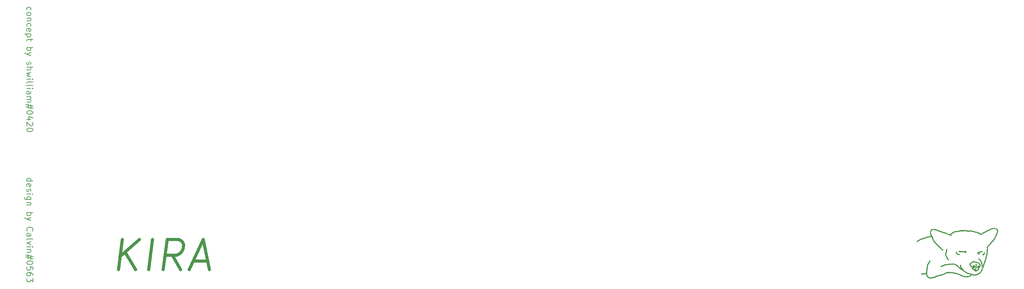
<source format=gbr>
%TF.GenerationSoftware,KiCad,Pcbnew,(6.0.7)*%
%TF.CreationDate,2023-02-03T16:02:02+01:00*%
%TF.ProjectId,kira plate,6b697261-2070-46c6-9174-652e6b696361,rev?*%
%TF.SameCoordinates,Original*%
%TF.FileFunction,Legend,Top*%
%TF.FilePolarity,Positive*%
%FSLAX46Y46*%
G04 Gerber Fmt 4.6, Leading zero omitted, Abs format (unit mm)*
G04 Created by KiCad (PCBNEW (6.0.7)) date 2023-02-03 16:02:02*
%MOMM*%
%LPD*%
G01*
G04 APERTURE LIST*
%ADD10C,0.150000*%
%ADD11C,0.800000*%
G04 APERTURE END LIST*
D10*
X18442857Y-40919642D02*
X18371428Y-40776785D01*
X18371428Y-40491071D01*
X18442857Y-40348214D01*
X18514285Y-40276785D01*
X18657142Y-40205357D01*
X19085714Y-40205357D01*
X19228571Y-40276785D01*
X19300000Y-40348214D01*
X19371428Y-40491071D01*
X19371428Y-40776785D01*
X19300000Y-40919642D01*
X18371428Y-41776785D02*
X18442857Y-41633928D01*
X18514285Y-41562500D01*
X18657142Y-41491071D01*
X19085714Y-41491071D01*
X19228571Y-41562500D01*
X19300000Y-41633928D01*
X19371428Y-41776785D01*
X19371428Y-41991071D01*
X19300000Y-42133928D01*
X19228571Y-42205357D01*
X19085714Y-42276785D01*
X18657142Y-42276785D01*
X18514285Y-42205357D01*
X18442857Y-42133928D01*
X18371428Y-41991071D01*
X18371428Y-41776785D01*
X19371428Y-42919642D02*
X18371428Y-42919642D01*
X19228571Y-42919642D02*
X19300000Y-42991071D01*
X19371428Y-43133928D01*
X19371428Y-43348214D01*
X19300000Y-43491071D01*
X19157142Y-43562500D01*
X18371428Y-43562500D01*
X18442857Y-44919642D02*
X18371428Y-44776785D01*
X18371428Y-44491071D01*
X18442857Y-44348214D01*
X18514285Y-44276785D01*
X18657142Y-44205357D01*
X19085714Y-44205357D01*
X19228571Y-44276785D01*
X19300000Y-44348214D01*
X19371428Y-44491071D01*
X19371428Y-44776785D01*
X19300000Y-44919642D01*
X18442857Y-46133928D02*
X18371428Y-45991071D01*
X18371428Y-45705357D01*
X18442857Y-45562500D01*
X18585714Y-45491071D01*
X19157142Y-45491071D01*
X19300000Y-45562500D01*
X19371428Y-45705357D01*
X19371428Y-45991071D01*
X19300000Y-46133928D01*
X19157142Y-46205357D01*
X19014285Y-46205357D01*
X18871428Y-45491071D01*
X19371428Y-46848214D02*
X17871428Y-46848214D01*
X19300000Y-46848214D02*
X19371428Y-46991071D01*
X19371428Y-47276785D01*
X19300000Y-47419642D01*
X19228571Y-47491071D01*
X19085714Y-47562500D01*
X18657142Y-47562500D01*
X18514285Y-47491071D01*
X18442857Y-47419642D01*
X18371428Y-47276785D01*
X18371428Y-46991071D01*
X18442857Y-46848214D01*
X19371428Y-47991071D02*
X19371428Y-48562500D01*
X19871428Y-48205357D02*
X18585714Y-48205357D01*
X18442857Y-48276785D01*
X18371428Y-48419642D01*
X18371428Y-48562500D01*
X18371428Y-50205357D02*
X19871428Y-50205357D01*
X19300000Y-50205357D02*
X19371428Y-50348214D01*
X19371428Y-50633928D01*
X19300000Y-50776785D01*
X19228571Y-50848214D01*
X19085714Y-50919642D01*
X18657142Y-50919642D01*
X18514285Y-50848214D01*
X18442857Y-50776785D01*
X18371428Y-50633928D01*
X18371428Y-50348214D01*
X18442857Y-50205357D01*
X19371428Y-51419642D02*
X18371428Y-51776785D01*
X19371428Y-52133928D02*
X18371428Y-51776785D01*
X18014285Y-51633928D01*
X17942857Y-51562500D01*
X17871428Y-51419642D01*
X18442857Y-53776785D02*
X18371428Y-53919642D01*
X18371428Y-54205357D01*
X18442857Y-54348214D01*
X18585714Y-54419642D01*
X18657142Y-54419642D01*
X18800000Y-54348214D01*
X18871428Y-54205357D01*
X18871428Y-53991071D01*
X18942857Y-53848214D01*
X19085714Y-53776785D01*
X19157142Y-53776785D01*
X19300000Y-53848214D01*
X19371428Y-53991071D01*
X19371428Y-54205357D01*
X19300000Y-54348214D01*
X18371428Y-55062500D02*
X19871428Y-55062500D01*
X18371428Y-55705357D02*
X19157142Y-55705357D01*
X19300000Y-55633928D01*
X19371428Y-55491071D01*
X19371428Y-55276785D01*
X19300000Y-55133928D01*
X19228571Y-55062500D01*
X19371428Y-56276785D02*
X18371428Y-56562500D01*
X19085714Y-56848214D01*
X18371428Y-57133928D01*
X19371428Y-57419642D01*
X18371428Y-57991071D02*
X19371428Y-57991071D01*
X19871428Y-57991071D02*
X19800000Y-57919642D01*
X19728571Y-57991071D01*
X19800000Y-58062500D01*
X19871428Y-57991071D01*
X19728571Y-57991071D01*
X18371428Y-58919642D02*
X18442857Y-58776785D01*
X18585714Y-58705357D01*
X19871428Y-58705357D01*
X18371428Y-59705357D02*
X18442857Y-59562500D01*
X18585714Y-59491071D01*
X19871428Y-59491071D01*
X18371428Y-60276785D02*
X19371428Y-60276785D01*
X19871428Y-60276785D02*
X19800000Y-60205357D01*
X19728571Y-60276785D01*
X19800000Y-60348214D01*
X19871428Y-60276785D01*
X19728571Y-60276785D01*
X18371428Y-61633928D02*
X19157142Y-61633928D01*
X19300000Y-61562500D01*
X19371428Y-61419642D01*
X19371428Y-61133928D01*
X19300000Y-60991071D01*
X18442857Y-61633928D02*
X18371428Y-61491071D01*
X18371428Y-61133928D01*
X18442857Y-60991071D01*
X18585714Y-60919642D01*
X18728571Y-60919642D01*
X18871428Y-60991071D01*
X18942857Y-61133928D01*
X18942857Y-61491071D01*
X19014285Y-61633928D01*
X18371428Y-62348214D02*
X19371428Y-62348214D01*
X19228571Y-62348214D02*
X19300000Y-62419642D01*
X19371428Y-62562500D01*
X19371428Y-62776785D01*
X19300000Y-62919642D01*
X19157142Y-62991071D01*
X18371428Y-62991071D01*
X19157142Y-62991071D02*
X19300000Y-63062500D01*
X19371428Y-63205357D01*
X19371428Y-63419642D01*
X19300000Y-63562500D01*
X19157142Y-63633928D01*
X18371428Y-63633928D01*
X19371428Y-64276785D02*
X19371428Y-65348214D01*
X20014285Y-64705357D02*
X18085714Y-64276785D01*
X18728571Y-65205357D02*
X18728571Y-64133928D01*
X18085714Y-64776785D02*
X20014285Y-65205357D01*
X19871428Y-66133928D02*
X19871428Y-66276785D01*
X19800000Y-66419642D01*
X19728571Y-66491071D01*
X19585714Y-66562500D01*
X19300000Y-66633928D01*
X18942857Y-66633928D01*
X18657142Y-66562500D01*
X18514285Y-66491071D01*
X18442857Y-66419642D01*
X18371428Y-66276785D01*
X18371428Y-66133928D01*
X18442857Y-65991071D01*
X18514285Y-65919642D01*
X18657142Y-65848214D01*
X18942857Y-65776785D01*
X19300000Y-65776785D01*
X19585714Y-65848214D01*
X19728571Y-65919642D01*
X19800000Y-65991071D01*
X19871428Y-66133928D01*
X19371428Y-67919642D02*
X18371428Y-67919642D01*
X19942857Y-67562500D02*
X18871428Y-67205357D01*
X18871428Y-68133928D01*
X19728571Y-68633928D02*
X19800000Y-68705357D01*
X19871428Y-68848214D01*
X19871428Y-69205357D01*
X19800000Y-69348214D01*
X19728571Y-69419642D01*
X19585714Y-69491071D01*
X19442857Y-69491071D01*
X19228571Y-69419642D01*
X18371428Y-68562500D01*
X18371428Y-69491071D01*
X19871428Y-70419642D02*
X19871428Y-70562500D01*
X19800000Y-70705357D01*
X19728571Y-70776785D01*
X19585714Y-70848214D01*
X19300000Y-70919642D01*
X18942857Y-70919642D01*
X18657142Y-70848214D01*
X18514285Y-70776785D01*
X18442857Y-70705357D01*
X18371428Y-70562500D01*
X18371428Y-70419642D01*
X18442857Y-70276785D01*
X18514285Y-70205357D01*
X18657142Y-70133928D01*
X18942857Y-70062500D01*
X19300000Y-70062500D01*
X19585714Y-70133928D01*
X19728571Y-70205357D01*
X19800000Y-70276785D01*
X19871428Y-70419642D01*
X18371428Y-83178571D02*
X19871428Y-83178571D01*
X18442857Y-83178571D02*
X18371428Y-83035714D01*
X18371428Y-82750000D01*
X18442857Y-82607142D01*
X18514285Y-82535714D01*
X18657142Y-82464285D01*
X19085714Y-82464285D01*
X19228571Y-82535714D01*
X19300000Y-82607142D01*
X19371428Y-82750000D01*
X19371428Y-83035714D01*
X19300000Y-83178571D01*
X18442857Y-84464285D02*
X18371428Y-84321428D01*
X18371428Y-84035714D01*
X18442857Y-83892857D01*
X18585714Y-83821428D01*
X19157142Y-83821428D01*
X19300000Y-83892857D01*
X19371428Y-84035714D01*
X19371428Y-84321428D01*
X19300000Y-84464285D01*
X19157142Y-84535714D01*
X19014285Y-84535714D01*
X18871428Y-83821428D01*
X18442857Y-85107142D02*
X18371428Y-85250000D01*
X18371428Y-85535714D01*
X18442857Y-85678571D01*
X18585714Y-85750000D01*
X18657142Y-85750000D01*
X18800000Y-85678571D01*
X18871428Y-85535714D01*
X18871428Y-85321428D01*
X18942857Y-85178571D01*
X19085714Y-85107142D01*
X19157142Y-85107142D01*
X19300000Y-85178571D01*
X19371428Y-85321428D01*
X19371428Y-85535714D01*
X19300000Y-85678571D01*
X18371428Y-86392857D02*
X19371428Y-86392857D01*
X19871428Y-86392857D02*
X19800000Y-86321428D01*
X19728571Y-86392857D01*
X19800000Y-86464285D01*
X19871428Y-86392857D01*
X19728571Y-86392857D01*
X19371428Y-87750000D02*
X18157142Y-87750000D01*
X18014285Y-87678571D01*
X17942857Y-87607142D01*
X17871428Y-87464285D01*
X17871428Y-87250000D01*
X17942857Y-87107142D01*
X18442857Y-87750000D02*
X18371428Y-87607142D01*
X18371428Y-87321428D01*
X18442857Y-87178571D01*
X18514285Y-87107142D01*
X18657142Y-87035714D01*
X19085714Y-87035714D01*
X19228571Y-87107142D01*
X19300000Y-87178571D01*
X19371428Y-87321428D01*
X19371428Y-87607142D01*
X19300000Y-87750000D01*
X19371428Y-88464285D02*
X18371428Y-88464285D01*
X19228571Y-88464285D02*
X19300000Y-88535714D01*
X19371428Y-88678571D01*
X19371428Y-88892857D01*
X19300000Y-89035714D01*
X19157142Y-89107142D01*
X18371428Y-89107142D01*
X18371428Y-90964285D02*
X19871428Y-90964285D01*
X19300000Y-90964285D02*
X19371428Y-91107142D01*
X19371428Y-91392857D01*
X19300000Y-91535714D01*
X19228571Y-91607142D01*
X19085714Y-91678571D01*
X18657142Y-91678571D01*
X18514285Y-91607142D01*
X18442857Y-91535714D01*
X18371428Y-91392857D01*
X18371428Y-91107142D01*
X18442857Y-90964285D01*
X19371428Y-92178571D02*
X18371428Y-92535714D01*
X19371428Y-92892857D02*
X18371428Y-92535714D01*
X18014285Y-92392857D01*
X17942857Y-92321428D01*
X17871428Y-92178571D01*
X18514285Y-95464285D02*
X18442857Y-95392857D01*
X18371428Y-95178571D01*
X18371428Y-95035714D01*
X18442857Y-94821428D01*
X18585714Y-94678571D01*
X18728571Y-94607142D01*
X19014285Y-94535714D01*
X19228571Y-94535714D01*
X19514285Y-94607142D01*
X19657142Y-94678571D01*
X19800000Y-94821428D01*
X19871428Y-95035714D01*
X19871428Y-95178571D01*
X19800000Y-95392857D01*
X19728571Y-95464285D01*
X18371428Y-96750000D02*
X19157142Y-96750000D01*
X19300000Y-96678571D01*
X19371428Y-96535714D01*
X19371428Y-96250000D01*
X19300000Y-96107142D01*
X18442857Y-96750000D02*
X18371428Y-96607142D01*
X18371428Y-96250000D01*
X18442857Y-96107142D01*
X18585714Y-96035714D01*
X18728571Y-96035714D01*
X18871428Y-96107142D01*
X18942857Y-96250000D01*
X18942857Y-96607142D01*
X19014285Y-96750000D01*
X18371428Y-97678571D02*
X18442857Y-97535714D01*
X18585714Y-97464285D01*
X19871428Y-97464285D01*
X19371428Y-98107142D02*
X18371428Y-98464285D01*
X19371428Y-98821428D01*
X18371428Y-99392857D02*
X19371428Y-99392857D01*
X19871428Y-99392857D02*
X19800000Y-99321428D01*
X19728571Y-99392857D01*
X19800000Y-99464285D01*
X19871428Y-99392857D01*
X19728571Y-99392857D01*
X19371428Y-100107142D02*
X18371428Y-100107142D01*
X19228571Y-100107142D02*
X19300000Y-100178571D01*
X19371428Y-100321428D01*
X19371428Y-100535714D01*
X19300000Y-100678571D01*
X19157142Y-100750000D01*
X18371428Y-100750000D01*
X19371428Y-101392857D02*
X19371428Y-102464285D01*
X20014285Y-101821428D02*
X18085714Y-101392857D01*
X18728571Y-102321428D02*
X18728571Y-101250000D01*
X18085714Y-101892857D02*
X20014285Y-102321428D01*
X19871428Y-103250000D02*
X19871428Y-103392857D01*
X19800000Y-103535714D01*
X19728571Y-103607142D01*
X19585714Y-103678571D01*
X19300000Y-103750000D01*
X18942857Y-103750000D01*
X18657142Y-103678571D01*
X18514285Y-103607142D01*
X18442857Y-103535714D01*
X18371428Y-103392857D01*
X18371428Y-103250000D01*
X18442857Y-103107142D01*
X18514285Y-103035714D01*
X18657142Y-102964285D01*
X18942857Y-102892857D01*
X19300000Y-102892857D01*
X19585714Y-102964285D01*
X19728571Y-103035714D01*
X19800000Y-103107142D01*
X19871428Y-103250000D01*
X19871428Y-105107142D02*
X19871428Y-104392857D01*
X19157142Y-104321428D01*
X19228571Y-104392857D01*
X19300000Y-104535714D01*
X19300000Y-104892857D01*
X19228571Y-105035714D01*
X19157142Y-105107142D01*
X19014285Y-105178571D01*
X18657142Y-105178571D01*
X18514285Y-105107142D01*
X18442857Y-105035714D01*
X18371428Y-104892857D01*
X18371428Y-104535714D01*
X18442857Y-104392857D01*
X18514285Y-104321428D01*
X19871428Y-106464285D02*
X19871428Y-106178571D01*
X19800000Y-106035714D01*
X19728571Y-105964285D01*
X19514285Y-105821428D01*
X19228571Y-105750000D01*
X18657142Y-105750000D01*
X18514285Y-105821428D01*
X18442857Y-105892857D01*
X18371428Y-106035714D01*
X18371428Y-106321428D01*
X18442857Y-106464285D01*
X18514285Y-106535714D01*
X18657142Y-106607142D01*
X19014285Y-106607142D01*
X19157142Y-106535714D01*
X19228571Y-106464285D01*
X19300000Y-106321428D01*
X19300000Y-106035714D01*
X19228571Y-105892857D01*
X19157142Y-105821428D01*
X19014285Y-105750000D01*
X19871428Y-107107142D02*
X19871428Y-108035714D01*
X19300000Y-107535714D01*
X19300000Y-107750000D01*
X19228571Y-107892857D01*
X19157142Y-107964285D01*
X19014285Y-108035714D01*
X18657142Y-108035714D01*
X18514285Y-107964285D01*
X18442857Y-107892857D01*
X18371428Y-107750000D01*
X18371428Y-107321428D01*
X18442857Y-107178571D01*
X18514285Y-107107142D01*
D11*
X40963169Y-104992857D02*
X41900669Y-97492857D01*
X45248883Y-104992857D02*
X42570312Y-100707142D01*
X46186383Y-97492857D02*
X41364955Y-101778571D01*
X48463169Y-104992857D02*
X49400669Y-97492857D01*
X56320312Y-104992857D02*
X54266741Y-101421428D01*
X52034598Y-104992857D02*
X52972098Y-97492857D01*
X55829241Y-97492857D01*
X56498883Y-97850000D01*
X56811383Y-98207142D01*
X57079241Y-98921428D01*
X56945312Y-99992857D01*
X56498883Y-100707142D01*
X56097098Y-101064285D01*
X55338169Y-101421428D01*
X52481026Y-101421428D01*
X59445312Y-102850000D02*
X63016741Y-102850000D01*
X58463169Y-104992857D02*
X61900669Y-97492857D01*
X63463169Y-104992857D01*
%TO.C,G\u002A\u002A\u002A*%
G36*
X257993183Y-95030857D02*
G01*
X258052856Y-95125723D01*
X258107620Y-95242963D01*
X258132505Y-95372111D01*
X258127334Y-95511476D01*
X258104185Y-95619738D01*
X258083410Y-95694419D01*
X258063742Y-95767907D01*
X258048789Y-95826656D01*
X258046422Y-95836553D01*
X258031263Y-95892692D01*
X258014670Y-95942102D01*
X258008682Y-95956431D01*
X257994945Y-96001194D01*
X257987082Y-96055430D01*
X257986766Y-96061407D01*
X257984255Y-96081022D01*
X257977338Y-96107630D01*
X257964864Y-96143915D01*
X257945680Y-96192561D01*
X257918638Y-96256250D01*
X257882586Y-96337665D01*
X257836373Y-96439491D01*
X257778850Y-96564411D01*
X257708864Y-96715108D01*
X257678420Y-96780424D01*
X257602877Y-96942056D01*
X257539176Y-97077450D01*
X257485550Y-97190071D01*
X257440233Y-97283382D01*
X257401460Y-97360846D01*
X257367463Y-97425925D01*
X257336477Y-97482082D01*
X257306735Y-97532783D01*
X257276473Y-97581488D01*
X257245648Y-97629039D01*
X257173528Y-97736908D01*
X257112029Y-97823426D01*
X257055111Y-97895348D01*
X256996735Y-97959425D01*
X256930860Y-98022409D01*
X256851445Y-98091050D01*
X256779174Y-98150462D01*
X256699213Y-98225502D01*
X256627271Y-98311048D01*
X256611413Y-98333568D01*
X256571974Y-98388829D01*
X256533509Y-98436885D01*
X256503996Y-98467801D01*
X256502723Y-98468864D01*
X256477619Y-98494947D01*
X256439531Y-98541220D01*
X256393870Y-98600870D01*
X256351312Y-98659593D01*
X256300403Y-98729368D01*
X256249157Y-98795588D01*
X256204230Y-98849863D01*
X256177271Y-98879080D01*
X256133962Y-98923443D01*
X256081175Y-98980119D01*
X256032323Y-99034598D01*
X255977555Y-99092826D01*
X255916330Y-99151488D01*
X255866755Y-99193920D01*
X255823146Y-99229131D01*
X255791170Y-99256948D01*
X255778485Y-99270388D01*
X255761836Y-99284535D01*
X255726616Y-99306067D01*
X255711677Y-99314156D01*
X255650267Y-99346351D01*
X255651395Y-99424106D01*
X255650066Y-99474920D01*
X255645400Y-99513571D01*
X255642499Y-99523357D01*
X255638604Y-99552190D01*
X255641182Y-99597724D01*
X255643243Y-99612635D01*
X255646095Y-99669614D01*
X255641088Y-99737118D01*
X255635949Y-99768256D01*
X255627190Y-99832405D01*
X255622681Y-99910348D01*
X255623046Y-99972874D01*
X255622379Y-100045118D01*
X255615493Y-100116747D01*
X255605510Y-100165813D01*
X255594000Y-100222164D01*
X255591742Y-100274351D01*
X255593879Y-100290117D01*
X255598468Y-100332665D01*
X255593981Y-100362257D01*
X255585069Y-100394821D01*
X255575529Y-100449775D01*
X255566549Y-100516887D01*
X255559316Y-100585927D01*
X255555020Y-100646666D01*
X255554848Y-100688874D01*
X255555427Y-100694285D01*
X255554827Y-100731211D01*
X255547394Y-100788017D01*
X255534698Y-100853013D01*
X255533295Y-100859104D01*
X255519461Y-100929431D01*
X255510334Y-100997693D01*
X255507857Y-101049282D01*
X255507882Y-101049884D01*
X255504728Y-101091240D01*
X255493994Y-101155830D01*
X255477263Y-101235532D01*
X255456122Y-101322221D01*
X255450869Y-101342048D01*
X255429169Y-101426127D01*
X255411307Y-101501960D01*
X255398825Y-101562486D01*
X255393263Y-101600648D01*
X255393159Y-101606433D01*
X255389130Y-101641971D01*
X255376379Y-101696847D01*
X255357568Y-101759776D01*
X255355556Y-101765783D01*
X255314480Y-101903249D01*
X255279020Y-102052264D01*
X255254598Y-102188607D01*
X255240619Y-102256972D01*
X255215783Y-102347956D01*
X255182352Y-102454260D01*
X255142586Y-102568584D01*
X255110741Y-102653205D01*
X255068714Y-102762568D01*
X255037528Y-102847871D01*
X255015392Y-102915181D01*
X255000517Y-102970566D01*
X254991117Y-103020095D01*
X254985400Y-103069835D01*
X254984436Y-103081716D01*
X254980380Y-103123549D01*
X254973866Y-103162556D01*
X254963030Y-103204238D01*
X254946009Y-103254097D01*
X254920940Y-103317635D01*
X254885957Y-103400355D01*
X254843359Y-103498265D01*
X254793574Y-103612598D01*
X254755569Y-103701927D01*
X254727681Y-103771018D01*
X254708248Y-103824642D01*
X254695605Y-103867568D01*
X254688091Y-103904564D01*
X254684040Y-103940399D01*
X254682839Y-103958593D01*
X254675182Y-104002585D01*
X254655523Y-104073476D01*
X254623650Y-104171895D01*
X254579354Y-104298470D01*
X254522421Y-104453830D01*
X254462480Y-104612805D01*
X254408471Y-104749185D01*
X254349453Y-104888728D01*
X254287353Y-105027632D01*
X254224093Y-105162095D01*
X254161602Y-105288311D01*
X254101803Y-105402480D01*
X254046621Y-105500796D01*
X253997983Y-105579459D01*
X253957813Y-105634664D01*
X253932446Y-105659828D01*
X253894369Y-105692265D01*
X253867963Y-105724376D01*
X253866024Y-105727981D01*
X253840796Y-105761816D01*
X253811948Y-105787344D01*
X253782309Y-105818114D01*
X253750691Y-105865398D01*
X253737173Y-105891092D01*
X253713044Y-105935016D01*
X253690978Y-105963817D01*
X253681317Y-105969991D01*
X253665653Y-105976238D01*
X253636961Y-105994022D01*
X253592175Y-106025503D01*
X253528237Y-106072842D01*
X253442082Y-106138195D01*
X253433368Y-106144856D01*
X253389977Y-106171347D01*
X253349083Y-106186272D01*
X253345132Y-106186862D01*
X253311755Y-106198756D01*
X253264364Y-106225236D01*
X253221523Y-106254562D01*
X253166427Y-106291344D01*
X253103461Y-106323890D01*
X253028621Y-106353399D01*
X252937904Y-106381068D01*
X252827304Y-106408098D01*
X252692818Y-106435685D01*
X252530442Y-106465030D01*
X252502434Y-106469827D01*
X252276446Y-106493488D01*
X252059935Y-106485899D01*
X251852831Y-106447056D01*
X251714394Y-106401644D01*
X251645782Y-106376609D01*
X251586475Y-106357988D01*
X251544244Y-106348056D01*
X251529185Y-106347441D01*
X251505543Y-106367048D01*
X251474857Y-106416015D01*
X251447504Y-106471079D01*
X251395945Y-106566302D01*
X251336531Y-106642232D01*
X251262833Y-106704468D01*
X251168423Y-106758616D01*
X251067388Y-106802347D01*
X250982923Y-106831773D01*
X250891127Y-106857671D01*
X250800669Y-106878164D01*
X250720220Y-106891380D01*
X250658455Y-106895440D01*
X250642359Y-106894286D01*
X250606335Y-106894226D01*
X250551552Y-106899276D01*
X250503083Y-106906241D01*
X250428189Y-106915819D01*
X250347701Y-106921686D01*
X250306074Y-106922613D01*
X250252179Y-106923720D01*
X250211737Y-106927275D01*
X250196675Y-106931111D01*
X250170832Y-106934132D01*
X250120099Y-106929171D01*
X250050974Y-106917319D01*
X249969948Y-106899662D01*
X249895764Y-106880683D01*
X249827359Y-106863651D01*
X249760506Y-106849781D01*
X249715182Y-106842786D01*
X249664645Y-106833973D01*
X249598543Y-106816201D01*
X249514960Y-106788730D01*
X249411980Y-106750823D01*
X249287687Y-106701742D01*
X249140164Y-106640748D01*
X248967496Y-106567101D01*
X248767766Y-106480064D01*
X248722179Y-106460004D01*
X248564800Y-106390799D01*
X248434157Y-106333776D01*
X248327187Y-106287739D01*
X248240826Y-106251487D01*
X248172006Y-106223825D01*
X248117665Y-106203553D01*
X248074737Y-106189475D01*
X248040156Y-106180390D01*
X248010859Y-106175102D01*
X247987044Y-106172640D01*
X247942335Y-106163405D01*
X247893415Y-106145470D01*
X247893097Y-106145322D01*
X247837096Y-106123800D01*
X247757322Y-106099135D01*
X247662246Y-106073419D01*
X247560342Y-106048742D01*
X247460084Y-106027194D01*
X247369943Y-106010868D01*
X247320458Y-106004008D01*
X247245812Y-105994441D01*
X247175741Y-105983641D01*
X247122291Y-105973516D01*
X247110684Y-105970737D01*
X247049425Y-105959859D01*
X246986657Y-105955988D01*
X246983207Y-105956064D01*
X246932152Y-105952944D01*
X246866136Y-105942940D01*
X246814313Y-105931752D01*
X246755005Y-105919728D01*
X246687034Y-105912002D01*
X246604841Y-105908372D01*
X246502870Y-105908639D01*
X246375560Y-105912600D01*
X246333659Y-105914387D01*
X246271543Y-105915803D01*
X246221059Y-105914482D01*
X246192090Y-105910718D01*
X246190516Y-105910109D01*
X246165647Y-105906000D01*
X246116793Y-105903249D01*
X246052626Y-105902247D01*
X246021144Y-105902469D01*
X245945490Y-105902129D01*
X245874001Y-105899393D01*
X245818921Y-105894802D01*
X245806546Y-105892992D01*
X245755949Y-105888368D01*
X245714115Y-105891525D01*
X245707545Y-105893395D01*
X245674083Y-105899409D01*
X245620796Y-105902809D01*
X245571579Y-105903018D01*
X245480765Y-105907386D01*
X245395849Y-105926983D01*
X245307124Y-105964904D01*
X245218622Y-106015621D01*
X245143507Y-106062129D01*
X245086320Y-106096623D01*
X245037347Y-106124502D01*
X244986872Y-106151163D01*
X244925183Y-106182005D01*
X244874744Y-106206717D01*
X244790677Y-106248295D01*
X244698541Y-106294676D01*
X244614391Y-106337754D01*
X244590667Y-106350096D01*
X244526229Y-106380921D01*
X244467481Y-106403935D01*
X244423783Y-106415664D01*
X244412133Y-106416388D01*
X244371663Y-106419272D01*
X244314808Y-106430198D01*
X244271052Y-106441821D01*
X244157491Y-106475527D01*
X244067370Y-106501124D01*
X243993086Y-106520674D01*
X243927036Y-106536245D01*
X243908682Y-106540237D01*
X243845467Y-106554884D01*
X243785641Y-106570575D01*
X243758938Y-106578548D01*
X243707314Y-106592053D01*
X243643926Y-106604446D01*
X243618699Y-106608274D01*
X243575760Y-106617965D01*
X243507917Y-106637979D01*
X243420528Y-106666343D01*
X243318951Y-106701089D01*
X243208549Y-106740246D01*
X243094679Y-106781845D01*
X242982701Y-106823916D01*
X242877974Y-106864487D01*
X242785858Y-106901592D01*
X242711713Y-106933259D01*
X242660897Y-106957517D01*
X242647416Y-106965268D01*
X242591811Y-106993397D01*
X242521006Y-107019247D01*
X242463625Y-107034225D01*
X242394997Y-107050278D01*
X242310796Y-107073044D01*
X242226247Y-107098341D01*
X242203101Y-107105795D01*
X242126358Y-107128917D01*
X242050041Y-107148397D01*
X241986875Y-107161099D01*
X241968927Y-107163500D01*
X241900753Y-107171783D01*
X241814971Y-107184002D01*
X241724215Y-107198187D01*
X241641116Y-107212365D01*
X241580181Y-107224160D01*
X241537260Y-107232464D01*
X241476580Y-107243092D01*
X241423084Y-107251852D01*
X241376342Y-107258717D01*
X241339945Y-107260856D01*
X241305644Y-107256496D01*
X241265192Y-107243862D01*
X241210340Y-107221180D01*
X241144623Y-107191955D01*
X241069926Y-107157036D01*
X241001072Y-107122251D01*
X240946758Y-107092137D01*
X240919940Y-107074704D01*
X240867440Y-107039259D01*
X240811556Y-107007606D01*
X240807483Y-107005603D01*
X240762867Y-106977014D01*
X240729411Y-106943589D01*
X240725750Y-106937948D01*
X240704495Y-106908699D01*
X240667038Y-106864026D01*
X240620081Y-106811798D01*
X240600047Y-106790454D01*
X240516714Y-106691744D01*
X240449678Y-106589795D01*
X240402977Y-106491586D01*
X240381835Y-106413291D01*
X240368471Y-106349541D01*
X240348867Y-106283431D01*
X240344550Y-106271594D01*
X240317787Y-106201599D01*
X240195612Y-106173725D01*
X240133538Y-106161545D01*
X240076540Y-106156028D01*
X240017472Y-106157850D01*
X239949185Y-106167688D01*
X239864533Y-106186220D01*
X239756369Y-106214124D01*
X239749258Y-106216035D01*
X239669247Y-106234993D01*
X239591049Y-106249108D01*
X239525969Y-106256537D01*
X239497861Y-106257016D01*
X239434192Y-106256492D01*
X239358435Y-106259752D01*
X239309580Y-106263840D01*
X239219253Y-106264432D01*
X239147693Y-106246857D01*
X239097832Y-106213510D01*
X239072605Y-106166783D01*
X239074946Y-106109071D01*
X239085411Y-106080929D01*
X239124093Y-106035101D01*
X239192065Y-106001206D01*
X239289734Y-105979119D01*
X239417505Y-105968704D01*
X239438672Y-105968153D01*
X239570864Y-105956929D01*
X239682564Y-105929701D01*
X239694660Y-105925251D01*
X239749457Y-105906217D01*
X239793037Y-105894782D01*
X239815796Y-105893401D01*
X239841766Y-105894647D01*
X239883955Y-105887573D01*
X239894284Y-105884964D01*
X239975178Y-105872041D01*
X240070343Y-105869871D01*
X240163300Y-105878177D01*
X240219448Y-105890439D01*
X240265023Y-105903156D01*
X240297032Y-105910243D01*
X240303614Y-105910817D01*
X240314778Y-105894927D01*
X240321850Y-105855160D01*
X240324093Y-105800137D01*
X240320764Y-105738479D01*
X240319427Y-105726618D01*
X240316775Y-105668163D01*
X240321311Y-105613313D01*
X240323583Y-105602395D01*
X240330858Y-105554071D01*
X240333937Y-105492969D01*
X240333613Y-105467914D01*
X240338264Y-105401955D01*
X240354524Y-105319594D01*
X240373136Y-105254141D01*
X240397515Y-105167258D01*
X240408283Y-105092739D01*
X240407656Y-105014367D01*
X240407070Y-105005943D01*
X240407631Y-104912764D01*
X240419919Y-104807960D01*
X240441547Y-104705475D01*
X240470132Y-104619256D01*
X240475088Y-104608125D01*
X240488903Y-104568820D01*
X240491204Y-104540543D01*
X240491092Y-104540169D01*
X240490287Y-104513975D01*
X240494378Y-104465877D01*
X240501917Y-104406016D01*
X240511452Y-104344534D01*
X240521531Y-104291570D01*
X240530705Y-104257269D01*
X240532003Y-104254167D01*
X240537324Y-104224045D01*
X240537742Y-104175681D01*
X240535950Y-104149115D01*
X240536088Y-104063183D01*
X240549297Y-103964056D01*
X240573147Y-103859752D01*
X240605203Y-103758288D01*
X240643034Y-103667682D01*
X240684206Y-103595952D01*
X240714509Y-103560537D01*
X240728862Y-103545710D01*
X240745814Y-103524021D01*
X240767212Y-103492401D01*
X240794904Y-103447780D01*
X240830736Y-103387088D01*
X240876558Y-103307254D01*
X240934215Y-103205209D01*
X241005555Y-103077884D01*
X241013153Y-103064286D01*
X241078988Y-102950587D01*
X241134764Y-102864208D01*
X241182945Y-102802292D01*
X241225996Y-102761984D01*
X241266378Y-102740428D01*
X241297441Y-102734803D01*
X241361656Y-102745571D01*
X241407987Y-102779706D01*
X241432687Y-102831119D01*
X241432006Y-102893721D01*
X241418878Y-102931963D01*
X241398848Y-102968067D01*
X241365834Y-103020727D01*
X241326075Y-103080089D01*
X241315027Y-103095941D01*
X241272258Y-103160003D01*
X241232794Y-103224753D01*
X241204038Y-103277931D01*
X241200366Y-103285784D01*
X241168994Y-103351284D01*
X241129920Y-103426580D01*
X241086668Y-103505577D01*
X241042761Y-103582185D01*
X241001721Y-103650311D01*
X240967074Y-103703864D01*
X240942339Y-103736751D01*
X240936165Y-103742643D01*
X240899064Y-103785712D01*
X240866222Y-103852355D01*
X240840391Y-103933511D01*
X240824323Y-104020119D01*
X240820771Y-104103120D01*
X240821848Y-104118969D01*
X240821871Y-104175447D01*
X240815065Y-104246763D01*
X240804732Y-104308028D01*
X240791204Y-104385307D01*
X240780904Y-104468491D01*
X240776862Y-104523881D01*
X240770991Y-104587659D01*
X240759872Y-104645694D01*
X240749753Y-104676160D01*
X240725918Y-104738481D01*
X240705653Y-104811425D01*
X240691451Y-104883452D01*
X240685801Y-104943021D01*
X240687185Y-104965935D01*
X240695886Y-105095150D01*
X240676120Y-105218241D01*
X240660489Y-105267053D01*
X240640028Y-105336205D01*
X240627466Y-105403905D01*
X240625170Y-105445047D01*
X240623340Y-105508801D01*
X240614831Y-105576878D01*
X240611975Y-105591266D01*
X240604436Y-105652746D01*
X240605817Y-105713938D01*
X240608016Y-105728381D01*
X240613132Y-105785368D01*
X240610526Y-105849840D01*
X240608366Y-105866166D01*
X240604263Y-105926587D01*
X240608799Y-105985002D01*
X240611828Y-105999006D01*
X240619950Y-106056661D01*
X240617672Y-106113943D01*
X240618002Y-106167128D01*
X240630714Y-106239535D01*
X240652996Y-106321470D01*
X240682035Y-106403230D01*
X240715020Y-106475123D01*
X240729846Y-106500794D01*
X240772618Y-106558960D01*
X240824375Y-106616672D01*
X240844465Y-106635744D01*
X240892182Y-106681392D01*
X240936597Y-106729290D01*
X240952534Y-106748714D01*
X240984362Y-106781783D01*
X241033213Y-106818063D01*
X241104163Y-106861059D01*
X241159929Y-106891793D01*
X241326177Y-106981193D01*
X241424284Y-106961725D01*
X241502884Y-106946745D01*
X241594798Y-106930169D01*
X241689217Y-106913854D01*
X241775332Y-106899663D01*
X241842333Y-106889453D01*
X241852431Y-106888060D01*
X241963346Y-106870997D01*
X242058647Y-106850751D01*
X242155385Y-106823633D01*
X242167152Y-106819977D01*
X242241015Y-106798552D01*
X242318543Y-106778726D01*
X242373489Y-106766708D01*
X242439580Y-106748013D01*
X242504329Y-106720129D01*
X242531825Y-106703933D01*
X242565466Y-106685901D01*
X242624456Y-106659550D01*
X242703880Y-106626685D01*
X242798830Y-106589115D01*
X242904391Y-106548642D01*
X243015653Y-106507074D01*
X243127702Y-106466216D01*
X243235629Y-106427873D01*
X243334519Y-106393853D01*
X243419461Y-106365958D01*
X243485543Y-106345998D01*
X243527853Y-106335775D01*
X243535844Y-106334843D01*
X243574151Y-106329486D01*
X243634626Y-106316802D01*
X243708146Y-106298839D01*
X243767351Y-106282855D01*
X243847256Y-106260465D01*
X243923378Y-106239344D01*
X243985522Y-106222312D01*
X244015629Y-106214229D01*
X244073625Y-106198393D01*
X244142993Y-106178692D01*
X244181653Y-106167392D01*
X244244138Y-106151454D01*
X244303729Y-106140423D01*
X244333388Y-106137445D01*
X244369909Y-106129249D01*
X244427314Y-106108408D01*
X244497870Y-106078029D01*
X244573844Y-106041219D01*
X244577354Y-106039417D01*
X244659714Y-105997112D01*
X244742528Y-105954772D01*
X244815646Y-105917574D01*
X244864957Y-105892680D01*
X244928238Y-105859088D01*
X245004449Y-105815930D01*
X245079127Y-105771439D01*
X245093489Y-105762555D01*
X245198119Y-105701315D01*
X245287110Y-105659407D01*
X245368809Y-105633978D01*
X245451556Y-105622174D01*
X245509064Y-105620454D01*
X245574109Y-105618779D01*
X245629489Y-105613882D01*
X245664436Y-105606770D01*
X245666992Y-105605700D01*
X245700226Y-105599771D01*
X245752163Y-105600578D01*
X245793340Y-105605299D01*
X245861663Y-105612822D01*
X245930997Y-105615478D01*
X245962458Y-105614410D01*
X246025841Y-105612740D01*
X246097350Y-105615312D01*
X246123239Y-105617469D01*
X246184413Y-105621880D01*
X246261355Y-105624900D01*
X246335600Y-105625865D01*
X246464054Y-105625646D01*
X246564379Y-105626069D01*
X246641112Y-105627332D01*
X246698792Y-105629624D01*
X246741953Y-105633139D01*
X246775135Y-105638069D01*
X246802873Y-105644606D01*
X246807386Y-105645895D01*
X246868276Y-105658611D01*
X246930096Y-105664211D01*
X246939531Y-105664173D01*
X246991711Y-105667247D01*
X247057564Y-105676914D01*
X247100612Y-105685914D01*
X247167351Y-105698910D01*
X247249114Y-105710554D01*
X247328281Y-105718338D01*
X247328786Y-105718373D01*
X247399321Y-105727005D01*
X247489127Y-105743395D01*
X247588972Y-105765292D01*
X247689620Y-105790447D01*
X247781839Y-105816610D01*
X247856393Y-105841532D01*
X247888188Y-105854665D01*
X247940030Y-105871965D01*
X247987001Y-105879319D01*
X248018276Y-105883278D01*
X248061068Y-105893805D01*
X248117604Y-105911776D01*
X248190117Y-105938067D01*
X248280834Y-105973552D01*
X248391986Y-106019108D01*
X248525802Y-106075611D01*
X248684512Y-106143935D01*
X248870346Y-106224957D01*
X248898187Y-106237158D01*
X249078964Y-106315838D01*
X249232811Y-106381406D01*
X249362297Y-106434794D01*
X249469987Y-106476936D01*
X249558448Y-106508765D01*
X249630246Y-106531215D01*
X249687949Y-106545217D01*
X249734123Y-106551707D01*
X249764495Y-106552114D01*
X249807268Y-106557525D01*
X249855145Y-106573623D01*
X249856140Y-106574082D01*
X249915329Y-106596439D01*
X249988616Y-106616752D01*
X250065371Y-106632860D01*
X250134957Y-106642605D01*
X250186742Y-106643829D01*
X250194488Y-106642777D01*
X250247135Y-106638325D01*
X250292161Y-106641499D01*
X250333639Y-106642617D01*
X250390228Y-106635983D01*
X250422890Y-106629344D01*
X250472663Y-106618622D01*
X250508551Y-106613142D01*
X250519621Y-106613299D01*
X250539876Y-106614194D01*
X250583615Y-106612215D01*
X250641819Y-106607788D01*
X250648636Y-106607178D01*
X250777782Y-106587942D01*
X250898349Y-106555758D01*
X251006489Y-106512871D01*
X251098355Y-106461529D01*
X251170102Y-106403977D01*
X251217879Y-106342463D01*
X251237841Y-106279234D01*
X251238013Y-106263005D01*
X251232904Y-106236885D01*
X251215437Y-106220019D01*
X251176918Y-106205229D01*
X251162885Y-106200987D01*
X251100514Y-106186759D01*
X251029523Y-106176372D01*
X251003895Y-106174187D01*
X250901819Y-106158822D01*
X250776458Y-106124218D01*
X250630286Y-106071228D01*
X250465781Y-106000702D01*
X250373223Y-105957096D01*
X250269609Y-105905874D01*
X250192041Y-105865002D01*
X250136463Y-105832132D01*
X250098821Y-105804920D01*
X250081029Y-105788045D01*
X250036522Y-105749233D01*
X249981627Y-105713946D01*
X249967675Y-105706918D01*
X249913851Y-105677544D01*
X249864793Y-105644031D01*
X249854489Y-105635499D01*
X249818869Y-105609094D01*
X249764499Y-105574523D01*
X249701801Y-105538333D01*
X249687306Y-105530473D01*
X249574531Y-105466375D01*
X249486692Y-105408363D01*
X249425994Y-105357998D01*
X249399777Y-105326464D01*
X249357002Y-105276632D01*
X249286339Y-105218412D01*
X249190826Y-105153936D01*
X249073503Y-105085338D01*
X249002585Y-105047556D01*
X248927537Y-105007821D01*
X248862448Y-104971556D01*
X248813163Y-104942151D01*
X248785528Y-104922998D01*
X248782380Y-104919822D01*
X248761338Y-104900803D01*
X248720262Y-104870107D01*
X248666816Y-104833370D01*
X248647974Y-104821013D01*
X248545140Y-104753283D01*
X248463990Y-104696415D01*
X248398035Y-104644732D01*
X248340784Y-104592554D01*
X248285752Y-104534202D01*
X248226447Y-104463998D01*
X248193890Y-104423584D01*
X248134315Y-104351411D01*
X248074806Y-104283654D01*
X248021457Y-104226974D01*
X247980360Y-104188036D01*
X247973061Y-104182120D01*
X247920722Y-104139970D01*
X247870134Y-104096274D01*
X247849983Y-104077592D01*
X247807710Y-104045877D01*
X247741474Y-104006887D01*
X247658244Y-103963849D01*
X247564988Y-103919990D01*
X247468680Y-103878539D01*
X247376285Y-103842724D01*
X247294776Y-103815773D01*
X247270010Y-103809005D01*
X247181149Y-103788162D01*
X247112142Y-103777382D01*
X247051870Y-103776336D01*
X246989216Y-103784696D01*
X246926300Y-103798822D01*
X246866538Y-103812460D01*
X246816991Y-103821732D01*
X246788278Y-103824652D01*
X246788099Y-103824640D01*
X246755625Y-103825953D01*
X246708045Y-103831539D01*
X246695816Y-103833409D01*
X246628825Y-103833512D01*
X246575582Y-103818768D01*
X246532500Y-103804343D01*
X246498177Y-103802213D01*
X246494995Y-103803107D01*
X246455195Y-103810761D01*
X246383626Y-103816480D01*
X246281133Y-103820209D01*
X246230948Y-103821141D01*
X246163197Y-103827304D01*
X246093433Y-103841257D01*
X246074843Y-103846705D01*
X246023198Y-103858856D01*
X245952086Y-103869495D01*
X245874705Y-103876754D01*
X245854093Y-103877909D01*
X245776242Y-103883989D01*
X245700010Y-103894044D01*
X245639144Y-103906163D01*
X245627586Y-103909400D01*
X245577754Y-103921845D01*
X245539249Y-103926332D01*
X245527029Y-103924579D01*
X245496277Y-103922953D01*
X245477777Y-103928756D01*
X245444528Y-103939258D01*
X245387246Y-103952344D01*
X245314322Y-103966548D01*
X245234138Y-103980407D01*
X245155082Y-103992452D01*
X245085539Y-104001218D01*
X245042209Y-104004895D01*
X244966745Y-104017234D01*
X244874452Y-104044869D01*
X244774837Y-104083764D01*
X244677402Y-104129880D01*
X244591655Y-104179181D01*
X244535623Y-104220091D01*
X244498890Y-104250367D01*
X244466624Y-104272355D01*
X244431694Y-104288571D01*
X244386973Y-104301528D01*
X244325332Y-104313739D01*
X244239642Y-104327719D01*
X244223044Y-104330315D01*
X244118702Y-104345072D01*
X244040892Y-104351763D01*
X243984375Y-104349919D01*
X243943908Y-104339068D01*
X243914252Y-104318744D01*
X243899073Y-104301281D01*
X243881517Y-104252654D01*
X243889908Y-104195878D01*
X243922242Y-104139721D01*
X243940511Y-104120250D01*
X243993598Y-104084708D01*
X244067080Y-104060576D01*
X244165331Y-104046694D01*
X244231762Y-104042999D01*
X244280325Y-104037794D01*
X244321450Y-104022313D01*
X244366724Y-103991136D01*
X244397411Y-103965489D01*
X244449401Y-103925868D01*
X244514012Y-103887135D01*
X244595889Y-103847032D01*
X244699678Y-103803298D01*
X244830020Y-103753678D01*
X244842283Y-103749186D01*
X244904581Y-103732375D01*
X244978348Y-103720642D01*
X245019213Y-103717613D01*
X245122213Y-103710071D01*
X245229184Y-103694973D01*
X245325465Y-103674621D01*
X245364685Y-103663303D01*
X245421613Y-103649712D01*
X245477150Y-103643232D01*
X245525298Y-103637879D01*
X245563309Y-103627343D01*
X245563840Y-103627095D01*
X245591811Y-103620182D01*
X245644517Y-103612392D01*
X245714075Y-103604738D01*
X245782929Y-103598923D01*
X245865181Y-103591624D01*
X245941784Y-103582509D01*
X246003107Y-103572852D01*
X246034712Y-103565587D01*
X246095316Y-103551676D01*
X246157464Y-103544269D01*
X246161881Y-103544099D01*
X246223178Y-103539193D01*
X246283609Y-103529931D01*
X246285857Y-103529461D01*
X246354681Y-103523959D01*
X246427712Y-103532292D01*
X246491258Y-103552128D01*
X246520121Y-103569366D01*
X246555016Y-103586678D01*
X246589473Y-103576662D01*
X246628086Y-103561925D01*
X246680736Y-103550334D01*
X246696117Y-103548252D01*
X246748846Y-103540409D01*
X246818203Y-103527612D01*
X246888384Y-103512804D01*
X246961798Y-103497021D01*
X247019971Y-103488030D01*
X247072269Y-103486152D01*
X247128052Y-103491706D01*
X247196687Y-103505006D01*
X247287486Y-103526361D01*
X247366238Y-103546738D01*
X247438266Y-103568711D01*
X247511651Y-103595305D01*
X247594470Y-103629545D01*
X247694800Y-103674454D01*
X247744828Y-103697562D01*
X247851255Y-103747817D01*
X247931032Y-103787465D01*
X247987680Y-103818435D01*
X248024719Y-103842659D01*
X248045666Y-103862064D01*
X248046254Y-103862813D01*
X248074444Y-103893017D01*
X248118833Y-103934051D01*
X248168374Y-103975849D01*
X248213211Y-104016757D01*
X248270802Y-104076355D01*
X248334287Y-104147206D01*
X248396812Y-104221871D01*
X248407743Y-104235529D01*
X248469376Y-104312049D01*
X248518533Y-104369195D01*
X248562322Y-104413734D01*
X248607854Y-104452439D01*
X248662235Y-104492082D01*
X248713502Y-104526765D01*
X248792454Y-104577353D01*
X248852202Y-104611488D01*
X248891179Y-104628610D01*
X248907812Y-104628155D01*
X248900531Y-104609562D01*
X248881786Y-104586998D01*
X248848001Y-104541957D01*
X248817954Y-104489237D01*
X248815528Y-104483992D01*
X248793425Y-104438672D01*
X248773261Y-104403460D01*
X248770068Y-104398856D01*
X248750650Y-104359998D01*
X248729226Y-104297199D01*
X248707700Y-104218950D01*
X248687976Y-104133741D01*
X248671956Y-104050065D01*
X248661545Y-103976414D01*
X248658646Y-103921279D01*
X248659871Y-103907192D01*
X248682176Y-103847773D01*
X248723105Y-103803634D01*
X248774915Y-103778631D01*
X248829867Y-103776612D01*
X248877285Y-103798967D01*
X248890336Y-103813304D01*
X248903230Y-103837065D01*
X248917323Y-103874479D01*
X248933973Y-103929780D01*
X248954537Y-104007195D01*
X248980371Y-104110956D01*
X248989739Y-104149450D01*
X249010716Y-104217866D01*
X249038846Y-104288105D01*
X249051824Y-104314703D01*
X249094785Y-104386159D01*
X249152645Y-104469307D01*
X249220142Y-104557788D01*
X249292018Y-104645239D01*
X249363012Y-104725301D01*
X249427864Y-104791613D01*
X249481314Y-104837815D01*
X249488878Y-104843205D01*
X249530285Y-104887808D01*
X249552707Y-104945546D01*
X249552180Y-105003920D01*
X249545747Y-105022390D01*
X249542978Y-105056314D01*
X249553076Y-105074309D01*
X249576710Y-105097866D01*
X249612200Y-105134935D01*
X249632678Y-105156821D01*
X249687767Y-105205005D01*
X249765703Y-105257486D01*
X249822826Y-105290155D01*
X249896930Y-105332274D01*
X249973528Y-105379502D01*
X250038287Y-105422931D01*
X250049172Y-105430832D01*
X250106690Y-105470971D01*
X250163816Y-105506900D01*
X250204064Y-105528765D01*
X250256274Y-105560132D01*
X250303103Y-105599115D01*
X250307550Y-105603812D01*
X250331671Y-105625839D01*
X250366703Y-105649058D01*
X250417630Y-105676132D01*
X250489431Y-105709724D01*
X250579810Y-105749366D01*
X250704942Y-105802005D01*
X250804871Y-105840965D01*
X250883468Y-105867463D01*
X250944608Y-105882714D01*
X250992163Y-105887932D01*
X251017162Y-105886581D01*
X251042190Y-105886618D01*
X251078875Y-105892627D01*
X251130361Y-105905547D01*
X251199799Y-105926318D01*
X251290333Y-105955885D01*
X251405112Y-105995187D01*
X251547025Y-106045075D01*
X251670891Y-106088777D01*
X251768944Y-106122737D01*
X251846050Y-106148436D01*
X251907078Y-106167349D01*
X251956896Y-106180956D01*
X252000373Y-106190733D01*
X252042375Y-106198159D01*
X252060139Y-106200843D01*
X252140569Y-106210929D01*
X252214328Y-106215754D01*
X252287570Y-106214682D01*
X252366445Y-106207078D01*
X252457106Y-106192309D01*
X252565708Y-106169737D01*
X252698402Y-106138731D01*
X252725284Y-106132213D01*
X252774368Y-106121832D01*
X252809920Y-106117188D01*
X252820209Y-106117902D01*
X252844345Y-106115911D01*
X252888018Y-106101973D01*
X252942224Y-106080044D01*
X252997963Y-106054081D01*
X253046232Y-106028038D01*
X253078031Y-106005873D01*
X253080441Y-106003529D01*
X253118853Y-105973725D01*
X253169448Y-105946052D01*
X253180762Y-105941247D01*
X253264987Y-105900634D01*
X253358380Y-105843984D01*
X253452180Y-105777698D01*
X253537630Y-105708178D01*
X253605970Y-105641823D01*
X253630314Y-105612726D01*
X253674894Y-105561307D01*
X253725290Y-105513751D01*
X253747597Y-105496413D01*
X253809800Y-105452918D01*
X254032955Y-104950623D01*
X254087933Y-104827790D01*
X254140584Y-104711877D01*
X254188995Y-104606967D01*
X254231253Y-104517142D01*
X254265443Y-104446487D01*
X254289655Y-104399085D01*
X254298964Y-104382933D01*
X254331884Y-104318052D01*
X254357358Y-104232586D01*
X254365988Y-104191481D01*
X254381059Y-104122671D01*
X254398148Y-104059351D01*
X254413767Y-104014314D01*
X254414995Y-104011566D01*
X254429370Y-103966609D01*
X254441793Y-103903812D01*
X254448597Y-103847004D01*
X254462475Y-103757240D01*
X254491771Y-103649406D01*
X254537364Y-103520871D01*
X254600126Y-103368994D01*
X254629438Y-103302887D01*
X254663892Y-103222980D01*
X254685335Y-103163049D01*
X254696341Y-103114357D01*
X254699484Y-103068170D01*
X254699478Y-103065201D01*
X254702032Y-103025834D01*
X254710762Y-102976617D01*
X254726707Y-102914149D01*
X254750908Y-102835025D01*
X254784403Y-102735844D01*
X254828233Y-102613203D01*
X254882671Y-102465750D01*
X254911584Y-102384023D01*
X254936552Y-102305558D01*
X254954811Y-102239561D01*
X254963400Y-102197003D01*
X254972920Y-102138975D01*
X254989555Y-102058965D01*
X255011060Y-101966293D01*
X255035188Y-101870277D01*
X255059692Y-101780235D01*
X255080555Y-101710943D01*
X255096001Y-101657045D01*
X255105551Y-101612068D01*
X255107162Y-101594179D01*
X255110625Y-101566018D01*
X255120709Y-101514837D01*
X255135366Y-101449112D01*
X255152547Y-101377318D01*
X255170205Y-101307934D01*
X255186291Y-101249434D01*
X255198757Y-101210297D01*
X255201618Y-101203306D01*
X255209255Y-101170577D01*
X255212976Y-101122047D01*
X255213038Y-101107581D01*
X255216005Y-101056205D01*
X255224697Y-100987829D01*
X255237233Y-100917227D01*
X255237281Y-100916997D01*
X255249596Y-100847455D01*
X255257834Y-100781081D01*
X255260247Y-100732040D01*
X255260226Y-100731366D01*
X255261822Y-100686327D01*
X255268001Y-100620503D01*
X255277605Y-100545268D01*
X255282491Y-100512906D01*
X255292785Y-100437227D01*
X255299460Y-100366123D01*
X255301565Y-100310924D01*
X255300822Y-100294829D01*
X255302243Y-100239122D01*
X255313181Y-100175289D01*
X255319160Y-100153740D01*
X255331262Y-100094947D01*
X255337508Y-100021812D01*
X255337135Y-99965205D01*
X255336222Y-99892570D01*
X255340598Y-99818999D01*
X255347089Y-99772870D01*
X255355223Y-99713941D01*
X255356617Y-99659281D01*
X255354781Y-99641284D01*
X255351973Y-99587461D01*
X255357109Y-99517635D01*
X255368382Y-99442444D01*
X255383984Y-99372526D01*
X255402109Y-99318517D01*
X255412977Y-99298790D01*
X255440985Y-99257846D01*
X255459568Y-99219270D01*
X255476085Y-99167193D01*
X255479156Y-99156081D01*
X255497540Y-99111955D01*
X255530071Y-99083529D01*
X255551331Y-99072587D01*
X255607647Y-99037822D01*
X255678642Y-98980569D01*
X255759848Y-98904806D01*
X255846795Y-98814511D01*
X255869395Y-98789584D01*
X255919256Y-98734628D01*
X255967613Y-98682509D01*
X256005168Y-98643233D01*
X256009652Y-98638710D01*
X256038763Y-98605476D01*
X256080290Y-98552774D01*
X256128392Y-98488222D01*
X256171073Y-98428303D01*
X256218813Y-98361936D01*
X256263922Y-98303122D01*
X256301072Y-98258576D01*
X256323605Y-98235995D01*
X256354367Y-98205707D01*
X256392880Y-98159006D01*
X256422917Y-98117410D01*
X256470614Y-98057518D01*
X256531596Y-97995337D01*
X256576587Y-97956868D01*
X256654454Y-97889719D01*
X256742673Y-97801989D01*
X256834662Y-97701032D01*
X256923837Y-97594204D01*
X257003617Y-97488861D01*
X257031806Y-97448219D01*
X257065049Y-97394117D01*
X257107601Y-97317619D01*
X257157697Y-97222499D01*
X257213572Y-97112533D01*
X257273460Y-96991495D01*
X257335595Y-96863160D01*
X257398214Y-96731304D01*
X257459551Y-96599700D01*
X257517840Y-96472125D01*
X257571316Y-96352352D01*
X257618214Y-96244158D01*
X257656768Y-96151316D01*
X257685215Y-96077603D01*
X257701787Y-96026792D01*
X257705355Y-96007836D01*
X257714230Y-95948172D01*
X257732202Y-95890520D01*
X257733312Y-95888004D01*
X257757704Y-95824566D01*
X257782771Y-95743861D01*
X257806344Y-95654940D01*
X257826255Y-95566858D01*
X257840332Y-95488669D01*
X257846409Y-95429424D01*
X257846327Y-95416278D01*
X257838202Y-95358971D01*
X257822526Y-95308432D01*
X257815025Y-95293960D01*
X257794802Y-95259899D01*
X257784754Y-95238481D01*
X257762117Y-95196831D01*
X257716463Y-95149128D01*
X257654885Y-95099830D01*
X257584478Y-95053396D01*
X257512334Y-95014287D01*
X257445548Y-94986961D01*
X257391210Y-94975880D01*
X257370392Y-94977971D01*
X257335374Y-94983426D01*
X257274487Y-94988412D01*
X257194529Y-94992619D01*
X257102302Y-94995733D01*
X257004603Y-94997445D01*
X256941080Y-94997657D01*
X256847550Y-95005692D01*
X256738576Y-95028127D01*
X256626221Y-95061741D01*
X256522546Y-95103310D01*
X256494943Y-95116849D01*
X256446106Y-95139829D01*
X256375165Y-95170311D01*
X256290745Y-95204718D01*
X256201471Y-95239468D01*
X256179273Y-95247839D01*
X256094485Y-95280950D01*
X256016705Y-95313814D01*
X255953068Y-95343242D01*
X255910707Y-95366041D01*
X255902514Y-95371642D01*
X255852523Y-95403434D01*
X255799941Y-95427650D01*
X255796293Y-95428884D01*
X255757156Y-95445472D01*
X255734105Y-95462399D01*
X255732964Y-95464308D01*
X255713495Y-95481688D01*
X255676452Y-95501398D01*
X255670276Y-95504004D01*
X255623733Y-95525640D01*
X255566573Y-95555719D01*
X255537655Y-95572175D01*
X255489991Y-95597503D01*
X255451046Y-95613436D01*
X255435459Y-95616424D01*
X255406226Y-95623905D01*
X255358615Y-95645740D01*
X255300896Y-95677380D01*
X255241337Y-95714280D01*
X255188209Y-95751891D01*
X255186061Y-95753560D01*
X255142914Y-95783300D01*
X255104391Y-95803552D01*
X255095789Y-95806495D01*
X255061484Y-95822070D01*
X255018368Y-95849720D01*
X255007363Y-95857990D01*
X254962678Y-95888850D01*
X254920934Y-95911492D01*
X254913385Y-95914499D01*
X254873059Y-95930801D01*
X254811358Y-95958166D01*
X254736055Y-95992896D01*
X254654919Y-96031297D01*
X254575722Y-96069671D01*
X254506236Y-96104323D01*
X254454230Y-96131554D01*
X254439113Y-96140100D01*
X254379632Y-96174500D01*
X254315677Y-96210481D01*
X254299700Y-96219275D01*
X254249197Y-96252891D01*
X254206194Y-96291532D01*
X254194663Y-96305468D01*
X254155869Y-96349002D01*
X254111479Y-96385956D01*
X254075351Y-96414516D01*
X254052422Y-96440334D01*
X254051151Y-96442732D01*
X254028737Y-96464437D01*
X253992172Y-96482250D01*
X253968630Y-96488369D01*
X253945459Y-96487911D01*
X253915783Y-96478574D01*
X253872731Y-96458054D01*
X253809425Y-96424048D01*
X253795309Y-96416294D01*
X253727801Y-96377013D01*
X253667210Y-96337906D01*
X253622031Y-96304644D01*
X253605757Y-96289743D01*
X253585008Y-96271103D01*
X253552904Y-96249768D01*
X253505590Y-96223732D01*
X253439212Y-96190991D01*
X253349914Y-96149538D01*
X253248647Y-96103965D01*
X253143045Y-96057031D01*
X253061505Y-96021584D01*
X252998290Y-95995720D01*
X252947663Y-95977536D01*
X252903887Y-95965132D01*
X252861226Y-95956602D01*
X252813942Y-95950045D01*
X252769321Y-95944983D01*
X252680920Y-95932280D01*
X252587209Y-95913994D01*
X252504357Y-95893411D01*
X252481245Y-95886380D01*
X252360142Y-95847257D01*
X252265574Y-95817476D01*
X252193161Y-95795819D01*
X252138523Y-95781068D01*
X252097278Y-95772010D01*
X252065047Y-95767424D01*
X252049150Y-95766351D01*
X252007624Y-95759686D01*
X251945109Y-95743692D01*
X251871024Y-95720977D01*
X251814174Y-95701331D01*
X251722439Y-95669968D01*
X251649390Y-95650411D01*
X251584285Y-95640277D01*
X251525542Y-95637268D01*
X251455320Y-95634643D01*
X251387873Y-95629385D01*
X251342288Y-95623348D01*
X251286382Y-95620146D01*
X251220041Y-95626029D01*
X251189500Y-95631987D01*
X251135611Y-95641165D01*
X251060814Y-95648841D01*
X250976869Y-95653971D01*
X250926259Y-95655404D01*
X250848263Y-95656635D01*
X250777870Y-95658005D01*
X250724342Y-95659320D01*
X250701730Y-95660110D01*
X250662253Y-95657310D01*
X250601015Y-95647897D01*
X250527754Y-95633926D01*
X250452207Y-95617449D01*
X250384112Y-95600519D01*
X250333206Y-95585193D01*
X250318200Y-95579225D01*
X250279320Y-95568457D01*
X250225483Y-95561837D01*
X250204852Y-95561001D01*
X250148135Y-95558116D01*
X250075679Y-95551654D01*
X250009616Y-95543834D01*
X249939407Y-95536916D01*
X249871693Y-95534539D01*
X249823565Y-95536993D01*
X249739424Y-95547084D01*
X249652095Y-95555155D01*
X249573389Y-95560269D01*
X249515118Y-95561488D01*
X249514894Y-95561483D01*
X249462037Y-95565076D01*
X249418537Y-95574343D01*
X249384030Y-95578530D01*
X249326717Y-95578138D01*
X249256102Y-95573418D01*
X249214242Y-95568971D01*
X249141887Y-95561560D01*
X249079093Y-95557586D01*
X249034669Y-95557482D01*
X249020697Y-95559396D01*
X248986148Y-95564623D01*
X248933720Y-95566940D01*
X248901366Y-95566614D01*
X248784876Y-95576173D01*
X248670356Y-95609221D01*
X248610940Y-95637766D01*
X248567322Y-95657278D01*
X248505456Y-95678438D01*
X248442322Y-95695755D01*
X248376257Y-95711911D01*
X248315397Y-95727529D01*
X248274402Y-95738806D01*
X248240736Y-95744364D01*
X248181074Y-95749809D01*
X248102085Y-95754707D01*
X248010440Y-95758623D01*
X247940335Y-95760591D01*
X247840416Y-95764164D01*
X247745197Y-95770091D01*
X247662331Y-95777713D01*
X247599472Y-95786368D01*
X247572823Y-95792279D01*
X247434793Y-95834778D01*
X247326517Y-95871774D01*
X247245705Y-95904143D01*
X247190072Y-95932758D01*
X247171112Y-95945829D01*
X247123983Y-95979892D01*
X247066375Y-96017668D01*
X247040597Y-96033386D01*
X246984031Y-96069734D01*
X246929312Y-96109489D01*
X246909641Y-96125515D01*
X246865500Y-96159407D01*
X246823308Y-96185358D01*
X246814483Y-96189505D01*
X246778544Y-96210213D01*
X246732286Y-96243976D01*
X246706564Y-96265343D01*
X246656743Y-96305478D01*
X246606324Y-96340759D01*
X246585801Y-96352990D01*
X246537078Y-96383711D01*
X246504142Y-96413136D01*
X246491518Y-96436272D01*
X246500296Y-96447309D01*
X246576760Y-96482941D01*
X246624160Y-96533359D01*
X246635400Y-96558981D01*
X246641931Y-96624006D01*
X246618053Y-96678413D01*
X246571178Y-96715643D01*
X246561032Y-96720998D01*
X246551063Y-96725010D01*
X246538945Y-96726808D01*
X246522349Y-96725518D01*
X246498948Y-96720267D01*
X246466413Y-96710181D01*
X246422418Y-96694389D01*
X246364634Y-96672017D01*
X246290734Y-96642191D01*
X246198390Y-96604039D01*
X246085275Y-96556687D01*
X245949059Y-96499262D01*
X245787417Y-96430893D01*
X245598019Y-96350704D01*
X245596508Y-96350064D01*
X245477752Y-96299796D01*
X245362514Y-96251035D01*
X245256040Y-96206000D01*
X245163575Y-96166909D01*
X245090366Y-96135980D01*
X245041656Y-96115430D01*
X245039492Y-96114519D01*
X244977562Y-96090601D01*
X244923074Y-96073367D01*
X244886182Y-96065951D01*
X244881927Y-96065914D01*
X244851611Y-96061857D01*
X244797179Y-96049171D01*
X244725405Y-96029858D01*
X244643065Y-96005922D01*
X244556934Y-95979365D01*
X244473784Y-95952191D01*
X244400392Y-95926400D01*
X244367144Y-95913730D01*
X244275355Y-95879482D01*
X244182715Y-95848556D01*
X244098738Y-95823897D01*
X244032938Y-95808456D01*
X244020679Y-95806415D01*
X243977895Y-95795772D01*
X243907213Y-95772571D01*
X243810568Y-95737567D01*
X243689894Y-95691508D01*
X243547129Y-95635149D01*
X243384208Y-95569238D01*
X243203067Y-95494531D01*
X243021143Y-95418318D01*
X242911565Y-95372988D01*
X242827648Y-95340460D01*
X242765590Y-95319431D01*
X242721587Y-95308597D01*
X242694822Y-95306457D01*
X242650390Y-95304717D01*
X242587837Y-95297752D01*
X242523415Y-95287536D01*
X242444352Y-95275884D01*
X242358549Y-95267623D01*
X242299663Y-95264916D01*
X242233199Y-95262256D01*
X242171055Y-95256608D01*
X242135010Y-95250838D01*
X242093754Y-95246802D01*
X242033026Y-95246863D01*
X241963176Y-95250303D01*
X241894551Y-95256397D01*
X241837498Y-95264428D01*
X241802366Y-95273676D01*
X241801596Y-95274045D01*
X241773189Y-95298532D01*
X241735795Y-95345062D01*
X241694508Y-95406203D01*
X241654427Y-95474522D01*
X241626919Y-95528779D01*
X241603458Y-95583392D01*
X241589143Y-95631668D01*
X241581893Y-95685090D01*
X241579624Y-95755141D01*
X241579641Y-95789550D01*
X241581272Y-95880153D01*
X241586239Y-95951522D01*
X241596333Y-96017057D01*
X241613351Y-96090158D01*
X241626378Y-96138686D01*
X241637744Y-96186889D01*
X241642535Y-96221986D01*
X241641631Y-96231590D01*
X241643360Y-96257507D01*
X241658886Y-96305246D01*
X241685763Y-96368284D01*
X241715263Y-96428163D01*
X241742199Y-96479848D01*
X241775777Y-96544289D01*
X241800866Y-96592440D01*
X241844221Y-96662278D01*
X241890388Y-96714180D01*
X241906397Y-96726686D01*
X241938388Y-96753601D01*
X241963076Y-96789903D01*
X241985665Y-96844508D01*
X241999054Y-96885494D01*
X242033128Y-96996994D01*
X242059766Y-97088590D01*
X242082068Y-97171305D01*
X242102047Y-97251639D01*
X242118930Y-97311932D01*
X242137821Y-97364879D01*
X242150399Y-97391336D01*
X242168902Y-97426116D01*
X242194955Y-97480037D01*
X242223307Y-97542187D01*
X242226768Y-97550031D01*
X242280954Y-97665525D01*
X242335536Y-97767542D01*
X242386779Y-97849430D01*
X242417309Y-97889630D01*
X242453411Y-97938150D01*
X242485888Y-97991118D01*
X242487079Y-97993365D01*
X242516229Y-98040043D01*
X242555974Y-98093246D01*
X242575190Y-98116069D01*
X242612240Y-98161647D01*
X242641611Y-98204282D01*
X242651074Y-98221760D01*
X242658470Y-98236605D01*
X242669284Y-98252898D01*
X242686514Y-98273763D01*
X242713154Y-98302322D01*
X242752204Y-98341699D01*
X242806657Y-98395015D01*
X242879513Y-98465396D01*
X242948229Y-98531446D01*
X243005344Y-98586973D01*
X243056943Y-98638367D01*
X243096381Y-98678940D01*
X243113838Y-98698080D01*
X243146226Y-98732755D01*
X243190877Y-98776441D01*
X243218568Y-98802014D01*
X243272074Y-98852608D01*
X243329082Y-98910152D01*
X243354003Y-98936729D01*
X243397333Y-98982088D01*
X243438547Y-99021785D01*
X243459232Y-99039592D01*
X243490749Y-99068650D01*
X243532538Y-99112820D01*
X243568173Y-99153822D01*
X243620342Y-99210175D01*
X243680621Y-99266338D01*
X243717923Y-99296490D01*
X243772918Y-99342016D01*
X243825669Y-99393543D01*
X243849974Y-99421484D01*
X243887103Y-99463547D01*
X243939518Y-99516563D01*
X243997341Y-99570647D01*
X244011540Y-99583223D01*
X244063821Y-99630065D01*
X244108398Y-99672047D01*
X244138052Y-99702295D01*
X244143870Y-99709234D01*
X244175480Y-99742534D01*
X244225315Y-99785592D01*
X244285290Y-99832413D01*
X244347318Y-99877004D01*
X244403313Y-99913372D01*
X244445186Y-99935523D01*
X244452858Y-99938241D01*
X244521232Y-99973497D01*
X244567360Y-100030868D01*
X244587605Y-100105618D01*
X244588084Y-100114355D01*
X244583309Y-100190073D01*
X244560720Y-100243045D01*
X244517394Y-100279606D01*
X244510052Y-100283500D01*
X244445855Y-100300100D01*
X244383895Y-100284296D01*
X244324949Y-100236324D01*
X244315321Y-100225031D01*
X244282270Y-100187283D01*
X244255239Y-100161240D01*
X244247272Y-100155767D01*
X244224596Y-100140905D01*
X244183939Y-100110443D01*
X244131173Y-100069159D01*
X244072161Y-100021828D01*
X244012773Y-99973226D01*
X243958875Y-99928128D01*
X243916334Y-99891311D01*
X243891018Y-99867551D01*
X243886766Y-99862309D01*
X243870738Y-99842989D01*
X243836845Y-99808857D01*
X243791802Y-99766620D01*
X243782134Y-99757869D01*
X243728848Y-99707827D01*
X243679045Y-99657510D01*
X243643134Y-99617450D01*
X243641960Y-99615993D01*
X243606629Y-99577896D01*
X243555578Y-99530067D01*
X243499291Y-99482281D01*
X243494120Y-99478153D01*
X243438079Y-99430925D01*
X243386514Y-99382746D01*
X243349801Y-99343356D01*
X243347425Y-99340378D01*
X243320343Y-99308771D01*
X243275772Y-99261168D01*
X243212445Y-99196289D01*
X243129095Y-99112853D01*
X243024458Y-99009580D01*
X242899439Y-98887306D01*
X242771124Y-98761767D01*
X242664985Y-98656861D01*
X242579362Y-98570876D01*
X242512601Y-98502102D01*
X242463045Y-98448826D01*
X242429034Y-98409336D01*
X242408913Y-98381921D01*
X242406803Y-98378422D01*
X242382831Y-98341767D01*
X242347246Y-98292562D01*
X242319497Y-98256445D01*
X242280658Y-98203569D01*
X242246948Y-98151274D01*
X242231629Y-98123046D01*
X242209867Y-98084600D01*
X242189622Y-98061146D01*
X242187068Y-98059627D01*
X242168700Y-98040033D01*
X242138899Y-97995148D01*
X242100095Y-97929264D01*
X242054724Y-97846668D01*
X242005218Y-97751651D01*
X241955153Y-97650859D01*
X241906328Y-97548573D01*
X241870271Y-97468556D01*
X241844404Y-97404239D01*
X241826146Y-97349053D01*
X241812920Y-97296427D01*
X241809473Y-97279781D01*
X241796593Y-97225904D01*
X241782221Y-97181288D01*
X241776381Y-97168181D01*
X241763573Y-97132152D01*
X241752398Y-97080757D01*
X241749706Y-97062550D01*
X241733173Y-96995000D01*
X241704698Y-96957763D01*
X241664354Y-96950904D01*
X241636180Y-96960561D01*
X241580618Y-96981200D01*
X241505927Y-97000900D01*
X241425583Y-97016671D01*
X241353063Y-97025525D01*
X241340069Y-97026227D01*
X241294078Y-97032434D01*
X241230500Y-97046586D01*
X241162538Y-97065715D01*
X241157853Y-97067197D01*
X241083656Y-97087930D01*
X241006637Y-97104805D01*
X240944865Y-97114005D01*
X240837854Y-97124597D01*
X240750108Y-97136606D01*
X240670780Y-97152411D01*
X240589020Y-97174392D01*
X240493981Y-97204930D01*
X240430154Y-97226922D01*
X240253289Y-97288579D01*
X240105234Y-97339828D01*
X239984053Y-97381311D01*
X239887810Y-97413665D01*
X239814571Y-97437531D01*
X239762401Y-97453549D01*
X239729364Y-97462357D01*
X239713526Y-97464596D01*
X239712152Y-97464269D01*
X239689490Y-97466052D01*
X239642847Y-97477922D01*
X239578503Y-97497662D01*
X239502741Y-97523055D01*
X239421841Y-97551884D01*
X239342087Y-97581934D01*
X239269759Y-97610986D01*
X239211138Y-97636823D01*
X239183137Y-97650968D01*
X239130487Y-97678578D01*
X239088126Y-97698086D01*
X239064814Y-97705480D01*
X239064258Y-97705455D01*
X239040377Y-97711526D01*
X239000079Y-97728782D01*
X238979926Y-97738858D01*
X238933341Y-97762447D01*
X238869074Y-97794017D01*
X238799043Y-97827728D01*
X238780250Y-97836648D01*
X238714133Y-97870175D01*
X238654260Y-97904490D01*
X238610826Y-97933625D01*
X238601988Y-97940951D01*
X238564548Y-97970482D01*
X238532349Y-97988607D01*
X238528805Y-97989740D01*
X238502986Y-98001719D01*
X238458430Y-98027268D01*
X238403401Y-98061565D01*
X238385068Y-98073511D01*
X238280523Y-98136926D01*
X238195720Y-98175766D01*
X238128998Y-98190137D01*
X238078698Y-98180149D01*
X238043165Y-98145911D01*
X238023167Y-98097221D01*
X238016290Y-98060757D01*
X238018463Y-98027466D01*
X238032409Y-97994645D01*
X238060851Y-97959586D01*
X238106512Y-97919587D01*
X238172114Y-97871941D01*
X238260381Y-97813944D01*
X238374037Y-97742893D01*
X238389429Y-97733412D01*
X238466765Y-97686724D01*
X238537624Y-97645597D01*
X238595839Y-97613489D01*
X238635248Y-97593858D01*
X238644900Y-97590108D01*
X238679657Y-97575534D01*
X238696332Y-97561891D01*
X238714333Y-97548231D01*
X238756404Y-97525748D01*
X238816167Y-97497463D01*
X238887247Y-97466400D01*
X238960158Y-97436793D01*
X239004070Y-97417972D01*
X239062650Y-97390742D01*
X239110665Y-97367242D01*
X239181707Y-97334836D01*
X239260442Y-97303720D01*
X239305806Y-97288248D01*
X239377648Y-97265397D01*
X239453752Y-97240252D01*
X239492903Y-97226859D01*
X239561403Y-97205115D01*
X239639331Y-97183449D01*
X239680811Y-97173259D01*
X239733200Y-97159242D01*
X239807511Y-97136740D01*
X239895046Y-97108662D01*
X239987108Y-97077914D01*
X240075001Y-97047405D01*
X240150026Y-97020040D01*
X240203487Y-96998727D01*
X240205324Y-96997922D01*
X240262339Y-96974734D01*
X240331907Y-96949288D01*
X240407125Y-96923753D01*
X240481088Y-96900299D01*
X240546892Y-96881093D01*
X240597632Y-96868307D01*
X240626404Y-96864109D01*
X240629411Y-96864682D01*
X240657530Y-96867183D01*
X240703747Y-96861779D01*
X240730328Y-96856258D01*
X240783303Y-96845113D01*
X240855615Y-96831909D01*
X240934228Y-96818985D01*
X240959218Y-96815196D01*
X241025301Y-96804303D01*
X241077862Y-96793529D01*
X241109428Y-96784510D01*
X241115077Y-96781031D01*
X241132710Y-96773159D01*
X241174663Y-96762774D01*
X241232890Y-96751779D01*
X241251796Y-96748728D01*
X241348757Y-96733497D01*
X241418150Y-96722015D01*
X241464727Y-96713264D01*
X241493239Y-96706224D01*
X241508438Y-96699875D01*
X241515075Y-96693202D01*
X241515597Y-96692169D01*
X241512155Y-96670852D01*
X241496115Y-96630940D01*
X241477312Y-96593213D01*
X241406010Y-96436964D01*
X241353147Y-96266348D01*
X241317670Y-96076832D01*
X241298532Y-95863879D01*
X241296360Y-95811996D01*
X241290048Y-95625871D01*
X241394259Y-95407071D01*
X241446420Y-95300572D01*
X241490392Y-95218842D01*
X241529959Y-95156250D01*
X241568900Y-95107171D01*
X241611000Y-95065974D01*
X241638834Y-95043099D01*
X241683692Y-95016095D01*
X241738672Y-94993647D01*
X241792355Y-94979331D01*
X241833320Y-94976726D01*
X241842603Y-94979272D01*
X241866116Y-94979451D01*
X241909662Y-94972055D01*
X241944014Y-94963827D01*
X242008122Y-94953099D01*
X242072869Y-94951876D01*
X242098475Y-94955108D01*
X242160248Y-94965623D01*
X242228559Y-94974344D01*
X242245169Y-94975948D01*
X242301877Y-94980988D01*
X242377820Y-94987872D01*
X242464564Y-94995820D01*
X242553674Y-95004052D01*
X242636716Y-95011789D01*
X242705255Y-95018251D01*
X242750857Y-95022659D01*
X242754878Y-95023063D01*
X242784726Y-95030763D01*
X242839472Y-95049408D01*
X242913988Y-95077068D01*
X243003147Y-95111817D01*
X243101819Y-95151729D01*
X243145941Y-95170016D01*
X243349177Y-95254525D01*
X243523998Y-95326425D01*
X243671882Y-95386288D01*
X243794305Y-95434681D01*
X243892747Y-95472173D01*
X243968685Y-95499331D01*
X244023596Y-95516725D01*
X244058961Y-95524926D01*
X244070461Y-95525730D01*
X244099059Y-95530459D01*
X244151294Y-95544645D01*
X244220241Y-95566215D01*
X244298970Y-95593099D01*
X244315625Y-95599055D01*
X244469402Y-95654028D01*
X244595638Y-95698068D01*
X244697241Y-95732088D01*
X244777113Y-95756996D01*
X244838163Y-95773707D01*
X244883294Y-95783132D01*
X244911657Y-95786107D01*
X244929969Y-95787285D01*
X244950026Y-95790320D01*
X244974555Y-95796285D01*
X245006280Y-95806257D01*
X245047927Y-95821312D01*
X245102223Y-95842522D01*
X245171891Y-95870965D01*
X245259658Y-95907716D01*
X245368248Y-95953849D01*
X245500388Y-96010440D01*
X245658801Y-96078564D01*
X245722332Y-96105922D01*
X245837449Y-96155161D01*
X245943331Y-96199789D01*
X246036152Y-96238245D01*
X246112083Y-96268968D01*
X246167296Y-96290397D01*
X246197963Y-96300970D01*
X246202555Y-96301804D01*
X246225890Y-96288661D01*
X246256354Y-96259684D01*
X246259895Y-96255621D01*
X246286350Y-96230555D01*
X246333703Y-96191428D01*
X246396068Y-96142888D01*
X246467563Y-96089586D01*
X246496428Y-96068670D01*
X246576251Y-96011191D01*
X246655748Y-95953731D01*
X246726853Y-95902133D01*
X246781501Y-95862242D01*
X246791717Y-95854731D01*
X246844510Y-95817199D01*
X246891517Y-95786161D01*
X246922778Y-95768183D01*
X246923328Y-95767932D01*
X246963939Y-95744114D01*
X246992187Y-95722443D01*
X247021300Y-95703106D01*
X247071992Y-95675493D01*
X247135769Y-95644087D01*
X247173492Y-95626757D01*
X247342355Y-95559584D01*
X247505426Y-95510942D01*
X247657130Y-95482149D01*
X247791898Y-95474520D01*
X247813274Y-95475457D01*
X247951147Y-95478727D01*
X248087933Y-95472563D01*
X248216617Y-95457879D01*
X248330187Y-95435589D01*
X248421629Y-95406611D01*
X248453027Y-95391987D01*
X248610457Y-95324071D01*
X248767768Y-95288639D01*
X248860669Y-95282898D01*
X248923538Y-95281498D01*
X248980535Y-95278057D01*
X249008593Y-95274877D01*
X249047758Y-95272908D01*
X249107807Y-95274756D01*
X249177235Y-95279999D01*
X249193370Y-95281646D01*
X249263616Y-95287533D01*
X249327428Y-95289973D01*
X249373150Y-95288585D01*
X249379788Y-95287701D01*
X249418971Y-95282865D01*
X249479855Y-95277399D01*
X249551515Y-95272241D01*
X249578306Y-95270615D01*
X249653914Y-95265909D01*
X249725416Y-95260832D01*
X249780533Y-95256274D01*
X249792796Y-95255060D01*
X249888651Y-95251276D01*
X250007125Y-95256638D01*
X250139782Y-95270157D01*
X250278181Y-95290843D01*
X250413887Y-95317709D01*
X250493481Y-95337170D01*
X250591115Y-95356875D01*
X250703707Y-95369621D01*
X250821978Y-95375256D01*
X250936653Y-95373632D01*
X251038452Y-95364599D01*
X251118101Y-95348005D01*
X251120313Y-95347305D01*
X251164762Y-95339965D01*
X251233794Y-95336744D01*
X251319617Y-95337363D01*
X251414444Y-95341541D01*
X251510484Y-95348995D01*
X251599949Y-95359445D01*
X251642441Y-95366173D01*
X251719273Y-95383484D01*
X251806404Y-95408569D01*
X251880926Y-95434497D01*
X251954683Y-95459606D01*
X252031949Y-95480059D01*
X252096284Y-95491518D01*
X252097585Y-95491651D01*
X252148377Y-95500474D01*
X252221077Y-95517973D01*
X252306837Y-95541807D01*
X252396811Y-95569626D01*
X252417654Y-95576504D01*
X252517915Y-95608170D01*
X252607572Y-95632942D01*
X252679765Y-95649065D01*
X252723620Y-95654714D01*
X252789751Y-95659378D01*
X252856124Y-95669576D01*
X252927144Y-95686801D01*
X253007218Y-95712546D01*
X253100752Y-95748301D01*
X253212152Y-95795560D01*
X253345821Y-95855814D01*
X253423002Y-95891568D01*
X253545488Y-95949056D01*
X253641921Y-95995310D01*
X253716106Y-96032356D01*
X253771846Y-96062221D01*
X253812944Y-96086935D01*
X253843204Y-96108522D01*
X253863920Y-96126574D01*
X253907174Y-96162875D01*
X253938553Y-96172118D01*
X253964795Y-96152874D01*
X253992644Y-96103715D01*
X253994966Y-96098823D01*
X254021083Y-96059174D01*
X254063877Y-96021788D01*
X254124629Y-95983561D01*
X254176382Y-95955429D01*
X254216964Y-95936179D01*
X254238403Y-95929551D01*
X254239277Y-95929765D01*
X254258036Y-95924556D01*
X254295521Y-95905674D01*
X254337491Y-95880942D01*
X254386884Y-95852516D01*
X254456652Y-95815493D01*
X254537401Y-95774736D01*
X254617289Y-95736248D01*
X254788399Y-95652046D01*
X254931627Y-95573156D01*
X255045199Y-95500567D01*
X255064797Y-95486451D01*
X255129337Y-95442324D01*
X255195921Y-95402556D01*
X255256384Y-95371534D01*
X255302557Y-95353652D01*
X255316661Y-95351053D01*
X255342299Y-95345663D01*
X255379505Y-95330448D01*
X255432375Y-95303328D01*
X255505004Y-95262224D01*
X255586079Y-95214293D01*
X255637923Y-95185134D01*
X255683233Y-95162832D01*
X255705841Y-95154195D01*
X255741248Y-95138514D01*
X255784544Y-95111381D01*
X255792716Y-95105372D01*
X255850621Y-95070052D01*
X255936024Y-95031470D01*
X256050697Y-94988883D01*
X256145879Y-94957391D01*
X256208002Y-94934959D01*
X256262805Y-94910607D01*
X256296492Y-94890897D01*
X256352184Y-94857679D01*
X256431984Y-94822714D01*
X256527596Y-94788414D01*
X256630724Y-94757192D01*
X256733073Y-94731462D01*
X256826349Y-94713635D01*
X256902255Y-94706125D01*
X256929357Y-94706825D01*
X256975487Y-94708961D01*
X257042183Y-94709594D01*
X257117377Y-94708659D01*
X257142258Y-94707987D01*
X257290870Y-94703363D01*
X257993183Y-95030857D01*
G37*
G36*
X251107624Y-103925374D02*
G01*
X251079521Y-103831343D01*
X251069411Y-103761377D01*
X251067376Y-103725273D01*
X251356878Y-103725273D01*
X251369425Y-103795411D01*
X251404943Y-103853874D01*
X251430241Y-103875508D01*
X251487815Y-103920071D01*
X251520428Y-103961380D01*
X251533795Y-104007416D01*
X251534840Y-104021528D01*
X251553553Y-104091616D01*
X251602906Y-104152549D01*
X251681836Y-104203063D01*
X251690894Y-104207302D01*
X251743019Y-104228375D01*
X251779895Y-104234120D01*
X251814406Y-104225817D01*
X251826238Y-104220773D01*
X251865700Y-104195175D01*
X251881239Y-104168380D01*
X251894796Y-104095417D01*
X251922756Y-104015778D01*
X251955918Y-103952202D01*
X252009606Y-103894318D01*
X252073639Y-103865606D01*
X252144185Y-103865806D01*
X252217411Y-103894660D01*
X252289483Y-103951907D01*
X252311771Y-103976293D01*
X252359167Y-104040861D01*
X252402527Y-104115746D01*
X252437863Y-104192208D01*
X252461187Y-104261511D01*
X252468512Y-104314912D01*
X252468205Y-104319095D01*
X252459175Y-104355380D01*
X252438988Y-104412108D01*
X252410972Y-104480437D01*
X252389098Y-104529124D01*
X252343092Y-104620500D01*
X252301166Y-104684303D01*
X252258538Y-104724400D01*
X252210424Y-104744663D01*
X252152041Y-104748960D01*
X252120261Y-104746624D01*
X252068043Y-104743190D01*
X252027420Y-104744079D01*
X252015095Y-104746357D01*
X252006786Y-104760715D01*
X252026523Y-104785933D01*
X252072158Y-104820383D01*
X252141549Y-104862440D01*
X252229908Y-104909159D01*
X252383321Y-104985992D01*
X252475213Y-104799737D01*
X252513344Y-104721583D01*
X252539001Y-104665152D01*
X252554490Y-104623034D01*
X252562114Y-104587814D01*
X252564178Y-104552083D01*
X252563307Y-104516402D01*
X252559101Y-104451163D01*
X252552435Y-104389157D01*
X252547760Y-104359773D01*
X252543665Y-104308896D01*
X252546148Y-104244521D01*
X252550532Y-104207871D01*
X252556734Y-104140650D01*
X252556269Y-104072869D01*
X252553110Y-104043316D01*
X252547197Y-103996564D01*
X252546346Y-103963684D01*
X252547658Y-103957187D01*
X252548526Y-103934839D01*
X252544296Y-103890571D01*
X252537137Y-103841821D01*
X252530745Y-103762085D01*
X252535419Y-103681538D01*
X252540676Y-103652418D01*
X252554505Y-103600075D01*
X252569206Y-103569187D01*
X252591323Y-103549039D01*
X252610695Y-103537744D01*
X252668597Y-103522486D01*
X252724618Y-103534233D01*
X252771750Y-103567726D01*
X252802984Y-103617706D01*
X252811312Y-103678913D01*
X252810330Y-103687544D01*
X252811191Y-103730965D01*
X252818062Y-103764896D01*
X252826627Y-103806359D01*
X252833600Y-103863081D01*
X252835642Y-103890245D01*
X252840034Y-103960866D01*
X252845227Y-104036319D01*
X252846810Y-104057658D01*
X252847536Y-104120262D01*
X252841917Y-104180282D01*
X252837823Y-104200330D01*
X252830070Y-104253947D01*
X252832295Y-104303863D01*
X252832755Y-104306105D01*
X252839003Y-104345897D01*
X252845630Y-104405674D01*
X252851242Y-104472800D01*
X252851440Y-104475661D01*
X252859807Y-104598026D01*
X252751932Y-104834778D01*
X252713716Y-104920966D01*
X252679819Y-105001748D01*
X252652984Y-105070251D01*
X252635957Y-105119602D01*
X252631931Y-105135202D01*
X252625343Y-105175648D01*
X252629606Y-105191374D01*
X252649202Y-105189695D01*
X252662805Y-105185645D01*
X252701463Y-105167583D01*
X252749586Y-105137180D01*
X252770679Y-105121563D01*
X252818692Y-105088270D01*
X252864894Y-105063026D01*
X252880930Y-105056748D01*
X252918431Y-105040311D01*
X252970266Y-105011626D01*
X253016567Y-104982536D01*
X253071390Y-104942483D01*
X253109624Y-104903047D01*
X253142669Y-104851310D01*
X253158012Y-104822280D01*
X253209193Y-104722275D01*
X253088974Y-104656412D01*
X253028875Y-104622381D01*
X252991304Y-104596890D01*
X252969561Y-104573890D01*
X252956948Y-104547327D01*
X252952652Y-104533264D01*
X252946577Y-104483527D01*
X252953516Y-104439797D01*
X252954702Y-104437046D01*
X252963019Y-104392964D01*
X252963010Y-104392901D01*
X253182023Y-104392901D01*
X253189362Y-104397623D01*
X253204073Y-104397889D01*
X253203833Y-104392357D01*
X253187091Y-104382392D01*
X253184094Y-104383152D01*
X253182023Y-104392901D01*
X252963010Y-104392901D01*
X252957321Y-104350900D01*
X252950444Y-104282419D01*
X252952119Y-104274980D01*
X252967615Y-104206144D01*
X253004606Y-104130652D01*
X253057196Y-104064518D01*
X253121157Y-104016317D01*
X253122509Y-104015603D01*
X253199868Y-103988275D01*
X253267411Y-103990747D01*
X253322170Y-104021872D01*
X253361183Y-104080501D01*
X253371904Y-104112103D01*
X253391480Y-104160008D01*
X253419282Y-104200256D01*
X253448689Y-104225367D01*
X253473080Y-104227857D01*
X253473900Y-104227353D01*
X253481217Y-104215477D01*
X253488593Y-104186969D01*
X253496723Y-104137705D01*
X253506309Y-104063556D01*
X253516231Y-103976872D01*
X253512712Y-103903651D01*
X253484549Y-103841174D01*
X253459814Y-103799493D01*
X253444539Y-103767666D01*
X253442497Y-103760385D01*
X253428400Y-103721814D01*
X253397446Y-103670101D01*
X253356434Y-103614632D01*
X253312168Y-103564788D01*
X253279768Y-103535864D01*
X253222229Y-103499355D01*
X253154620Y-103465966D01*
X253125638Y-103454630D01*
X252995454Y-103410350D01*
X252891674Y-103377215D01*
X252810403Y-103354160D01*
X252747743Y-103340124D01*
X252699799Y-103334043D01*
X252682111Y-103333617D01*
X252634923Y-103330285D01*
X252566200Y-103320463D01*
X252486055Y-103305770D01*
X252422169Y-103291982D01*
X252306615Y-103268663D01*
X252194770Y-103252424D01*
X252092947Y-103243725D01*
X252007458Y-103243023D01*
X251944621Y-103250778D01*
X251927904Y-103256074D01*
X251843542Y-103294514D01*
X251751498Y-103342674D01*
X251658174Y-103396548D01*
X251569969Y-103452133D01*
X251493286Y-103505425D01*
X251434525Y-103552417D01*
X251403778Y-103583989D01*
X251368071Y-103651964D01*
X251356878Y-103725273D01*
X251067376Y-103725273D01*
X251066800Y-103715048D01*
X251069570Y-103676362D01*
X251080100Y-103635933D01*
X251100769Y-103584378D01*
X251122361Y-103537388D01*
X251130883Y-103518843D01*
X251162282Y-103454338D01*
X251192067Y-103401331D01*
X251224389Y-103356208D01*
X251263399Y-103315353D01*
X251313250Y-103275148D01*
X251378093Y-103231980D01*
X251462080Y-103182232D01*
X251569362Y-103122288D01*
X251614943Y-103097266D01*
X251708351Y-103046639D01*
X251780274Y-103009897D01*
X251837652Y-102984820D01*
X251887427Y-102969195D01*
X251936538Y-102960803D01*
X251991927Y-102957428D01*
X252054614Y-102956850D01*
X252237362Y-102969303D01*
X252416415Y-103002279D01*
X252497439Y-103019926D01*
X252571869Y-103033968D01*
X252631189Y-103042930D01*
X252665721Y-103045402D01*
X252733248Y-103047303D01*
X252807768Y-103059270D01*
X252893623Y-103082660D01*
X252995157Y-103118826D01*
X253116716Y-103169124D01*
X253240650Y-103224747D01*
X253348870Y-103274945D01*
X253431838Y-103315089D01*
X253494098Y-103348525D01*
X253540191Y-103378599D01*
X253574659Y-103408660D01*
X253602045Y-103442050D01*
X253626893Y-103482118D01*
X253651072Y-103527103D01*
X253676803Y-103575938D01*
X253710404Y-103639272D01*
X253742191Y-103698879D01*
X253769340Y-103750301D01*
X253787708Y-103790411D01*
X253798582Y-103827300D01*
X253803253Y-103869056D01*
X253803012Y-103923771D01*
X253799148Y-103999532D01*
X253796691Y-104040642D01*
X253790530Y-104125125D01*
X253782152Y-104188383D01*
X253768933Y-104241858D01*
X253748247Y-104296992D01*
X253726875Y-104344967D01*
X253696701Y-104408403D01*
X253673863Y-104448798D01*
X253652996Y-104473212D01*
X253628735Y-104488702D01*
X253612121Y-104495927D01*
X253557203Y-104512349D01*
X253502803Y-104520579D01*
X253502600Y-104520588D01*
X253448547Y-104522926D01*
X253478485Y-104562156D01*
X253501144Y-104600483D01*
X253510403Y-104642815D01*
X253505457Y-104694539D01*
X253485498Y-104761042D01*
X253449719Y-104847715D01*
X253428920Y-104893279D01*
X253377382Y-104998099D01*
X253333669Y-105073854D01*
X253296448Y-105122836D01*
X253293719Y-105125658D01*
X253248107Y-105165301D01*
X253185446Y-105211564D01*
X253115933Y-105257720D01*
X253049762Y-105297041D01*
X252997127Y-105322796D01*
X252992244Y-105324641D01*
X252955736Y-105344529D01*
X252936351Y-105365363D01*
X252916516Y-105382259D01*
X252873833Y-105405562D01*
X252816345Y-105431048D01*
X252796077Y-105438997D01*
X252729699Y-105462807D01*
X252684114Y-105474382D01*
X252650309Y-105474859D01*
X252619269Y-105465372D01*
X252612149Y-105462168D01*
X252542537Y-105446365D01*
X252495722Y-105452935D01*
X252429218Y-105459622D01*
X252378426Y-105438412D01*
X252346534Y-105399572D01*
X252330075Y-105355124D01*
X252326613Y-105320943D01*
X252325844Y-105302881D01*
X252317344Y-105286648D01*
X252296264Y-105268409D01*
X252257758Y-105244324D01*
X252196978Y-105210554D01*
X252166194Y-105193933D01*
X252090905Y-105153026D01*
X252017459Y-105112437D01*
X251955869Y-105077735D01*
X251925277Y-105059987D01*
X251861756Y-105012098D01*
X251793733Y-104944517D01*
X251729920Y-104867424D01*
X251679030Y-104791004D01*
X251656963Y-104746401D01*
X251641850Y-104699984D01*
X251643900Y-104664593D01*
X251664360Y-104622722D01*
X251665961Y-104620021D01*
X251693413Y-104577906D01*
X251717856Y-104546751D01*
X251723103Y-104541588D01*
X251731632Y-104529684D01*
X251721737Y-104518946D01*
X251688134Y-104505541D01*
X251661426Y-104496841D01*
X251599202Y-104471807D01*
X251556304Y-104449742D01*
X252071122Y-104449742D01*
X252082199Y-104454787D01*
X252085612Y-104455253D01*
X252106120Y-104442591D01*
X252133278Y-104404347D01*
X252147228Y-104378851D01*
X252187495Y-104299918D01*
X252131918Y-104364117D01*
X252093277Y-104409729D01*
X252073914Y-104436498D01*
X252071122Y-104449742D01*
X251556304Y-104449742D01*
X251527607Y-104434981D01*
X251455892Y-104392013D01*
X251393300Y-104348553D01*
X251349079Y-104310253D01*
X251341202Y-104301164D01*
X251319491Y-104264665D01*
X251295321Y-104211594D01*
X251282496Y-104177757D01*
X251248859Y-104105908D01*
X251204411Y-104058157D01*
X251199018Y-104054297D01*
X251153547Y-104007324D01*
X251148549Y-104002161D01*
X251107624Y-103925374D01*
G37*
G36*
X254104747Y-100434194D02*
G01*
X254158573Y-100453475D01*
X254212658Y-100480108D01*
X254255555Y-100508617D01*
X254274021Y-100528893D01*
X254289925Y-100585024D01*
X254285222Y-100641747D01*
X254268448Y-100675592D01*
X254231267Y-100705492D01*
X254183557Y-100725030D01*
X254139682Y-100729141D01*
X254126849Y-100725532D01*
X254097075Y-100722595D01*
X254045781Y-100727429D01*
X253982751Y-100738466D01*
X253917767Y-100754137D01*
X253883769Y-100764488D01*
X253848388Y-100774623D01*
X253790421Y-100789441D01*
X253719189Y-100806609D01*
X253671867Y-100817541D01*
X253562525Y-100847011D01*
X253483171Y-100878810D01*
X253434715Y-100912480D01*
X253418154Y-100945339D01*
X253428842Y-100967084D01*
X253458547Y-101002370D01*
X253501087Y-101043947D01*
X253505770Y-101048138D01*
X253569086Y-101112682D01*
X253603680Y-101170774D01*
X253611393Y-101227511D01*
X253594063Y-101287987D01*
X253593088Y-101290102D01*
X253563157Y-101332708D01*
X253523327Y-101363498D01*
X253483742Y-101375888D01*
X253465984Y-101372586D01*
X253438236Y-101365114D01*
X253429475Y-101363916D01*
X253404463Y-101350842D01*
X253372015Y-101321559D01*
X253365505Y-101314349D01*
X253332733Y-101279895D01*
X253285133Y-101233686D01*
X253232606Y-101185313D01*
X253228946Y-101182044D01*
X253156512Y-101111289D01*
X253088593Y-101033591D01*
X253029964Y-100955465D01*
X252985396Y-100883429D01*
X252959664Y-100823998D01*
X252956389Y-100809946D01*
X252956543Y-100739226D01*
X252979624Y-100679890D01*
X253022163Y-100639869D01*
X253032956Y-100634778D01*
X253094585Y-100621397D01*
X253144975Y-100637699D01*
X253178656Y-100670686D01*
X253213159Y-100704652D01*
X253241462Y-100711893D01*
X253256664Y-100697449D01*
X253272876Y-100681596D01*
X253308095Y-100654929D01*
X253341675Y-100631909D01*
X253411010Y-100594759D01*
X253502447Y-100561042D01*
X253620046Y-100529404D01*
X253705045Y-100510819D01*
X253754476Y-100499680D01*
X253821537Y-100483250D01*
X253892372Y-100464932D01*
X253897739Y-100463499D01*
X253962857Y-100447108D01*
X254020165Y-100434506D01*
X254058764Y-100428055D01*
X254062624Y-100427743D01*
X254104747Y-100434194D01*
G37*
G36*
X250223717Y-100365560D02*
G01*
X250268090Y-100404344D01*
X250289289Y-100465899D01*
X250290850Y-100483133D01*
X250278751Y-100532338D01*
X250242970Y-100578760D01*
X250191863Y-100613246D01*
X250162990Y-100623194D01*
X250119584Y-100638769D01*
X250108646Y-100657686D01*
X250130164Y-100680166D01*
X250158488Y-100695380D01*
X250212705Y-100735127D01*
X250242653Y-100788460D01*
X250245090Y-100847823D01*
X250235825Y-100875627D01*
X250198269Y-100921072D01*
X250143888Y-100945838D01*
X250083927Y-100945966D01*
X250059666Y-100937667D01*
X249922111Y-100876301D01*
X249796685Y-100825832D01*
X249687858Y-100787876D01*
X249600099Y-100764048D01*
X249561029Y-100757387D01*
X249451719Y-100746675D01*
X249344938Y-100739537D01*
X249249227Y-100736340D01*
X249173127Y-100737445D01*
X249145757Y-100739649D01*
X249085535Y-100741469D01*
X249019355Y-100736256D01*
X249004273Y-100733865D01*
X248943000Y-100727335D01*
X248871105Y-100725975D01*
X248835957Y-100727639D01*
X248766899Y-100728303D01*
X248687144Y-100722285D01*
X248634788Y-100714566D01*
X248565108Y-100702220D01*
X248495889Y-100691351D01*
X248453850Y-100685743D01*
X248409585Y-100680026D01*
X248382250Y-100675256D01*
X248378296Y-100673845D01*
X248365021Y-100662752D01*
X248346012Y-100648572D01*
X248313622Y-100607100D01*
X248300634Y-100552172D01*
X248309267Y-100498121D01*
X248319777Y-100479260D01*
X248366384Y-100434475D01*
X248427096Y-100410957D01*
X248505951Y-100407994D01*
X248606984Y-100424872D01*
X248615709Y-100426952D01*
X248683502Y-100439177D01*
X248752301Y-100445043D01*
X248787740Y-100444536D01*
X248843038Y-100442553D01*
X248914976Y-100443180D01*
X248985245Y-100446138D01*
X249047340Y-100449190D01*
X249097734Y-100450223D01*
X249126617Y-100449058D01*
X249128261Y-100448740D01*
X249154801Y-100446995D01*
X249202233Y-100447661D01*
X249244957Y-100449714D01*
X249308441Y-100453228D01*
X249367338Y-100455813D01*
X249394887Y-100456619D01*
X249439560Y-100459846D01*
X249505456Y-100467443D01*
X249581664Y-100477904D01*
X249657274Y-100489718D01*
X249721372Y-100501376D01*
X249727431Y-100502621D01*
X249767282Y-100500631D01*
X249800228Y-100471623D01*
X249801656Y-100469703D01*
X249841124Y-100436545D01*
X249909496Y-100403147D01*
X249954392Y-100386640D01*
X250066585Y-100356626D01*
X250156454Y-100349626D01*
X250223717Y-100365560D01*
G37*
G36*
X254830883Y-100749130D02*
G01*
X254869932Y-100794833D01*
X254878537Y-100815594D01*
X254886131Y-100853767D01*
X254881549Y-100895673D01*
X254863186Y-100952248D01*
X254855596Y-100971609D01*
X254814075Y-101060854D01*
X254760929Y-101154078D01*
X254701322Y-101243842D01*
X254640416Y-101322706D01*
X254583379Y-101383230D01*
X254552708Y-101407955D01*
X254503501Y-101442602D01*
X254460271Y-101475243D01*
X254444201Y-101488492D01*
X254385418Y-101523100D01*
X254325644Y-101529423D01*
X254272018Y-101508431D01*
X254231672Y-101461095D01*
X254230826Y-101459442D01*
X254217663Y-101399479D01*
X254231238Y-101333409D01*
X254268163Y-101267757D01*
X254325050Y-101209049D01*
X254379523Y-101173105D01*
X254409484Y-101155720D01*
X254435022Y-101135611D01*
X254460003Y-101107707D01*
X254488291Y-101066938D01*
X254523754Y-101008235D01*
X254570257Y-100926525D01*
X254577866Y-100912967D01*
X254618412Y-100842383D01*
X254648720Y-100795121D01*
X254673367Y-100765388D01*
X254696930Y-100747390D01*
X254715755Y-100738461D01*
X254777061Y-100729188D01*
X254830883Y-100749130D01*
G37*
G36*
X245467627Y-99899802D02*
G01*
X245503740Y-99946878D01*
X245523530Y-100020028D01*
X245525239Y-100036133D01*
X245535532Y-100173093D01*
X245540045Y-100287201D01*
X245537637Y-100386425D01*
X245527165Y-100478731D01*
X245507484Y-100572090D01*
X245477453Y-100674466D01*
X245435929Y-100793827D01*
X245404401Y-100878561D01*
X245360749Y-101003878D01*
X245334293Y-101102890D01*
X245325655Y-101162418D01*
X245320291Y-101217999D01*
X245312479Y-101263040D01*
X245307265Y-101279878D01*
X245308493Y-101307510D01*
X245324196Y-101357919D01*
X245352149Y-101425807D01*
X245390128Y-101505871D01*
X245435910Y-101592811D01*
X245446642Y-101612040D01*
X245472026Y-101662617D01*
X245491754Y-101711153D01*
X245492924Y-101714725D01*
X245524239Y-101792347D01*
X245568966Y-101877675D01*
X245618363Y-101954406D01*
X245628968Y-101968485D01*
X245660835Y-102013829D01*
X245684702Y-102055711D01*
X245689404Y-102066734D01*
X245714353Y-102121397D01*
X245754132Y-102192123D01*
X245803099Y-102269516D01*
X245855610Y-102344184D01*
X245858095Y-102347502D01*
X245907746Y-102428229D01*
X245935060Y-102505432D01*
X245940172Y-102574608D01*
X245923213Y-102631255D01*
X245884319Y-102670874D01*
X245848055Y-102685195D01*
X245790148Y-102689205D01*
X245742248Y-102668234D01*
X245696728Y-102618797D01*
X245693821Y-102614730D01*
X245662803Y-102571239D01*
X245623005Y-102515964D01*
X245595589Y-102478136D01*
X245523402Y-102373448D01*
X245472601Y-102286809D01*
X245444044Y-102223369D01*
X245421345Y-102177317D01*
X245387713Y-102124446D01*
X245373158Y-102104830D01*
X245347757Y-102070696D01*
X245324788Y-102034743D01*
X245300698Y-101990304D01*
X245271939Y-101930714D01*
X245234959Y-101849306D01*
X245224202Y-101825187D01*
X245170957Y-101707651D01*
X245126739Y-101614496D01*
X245092424Y-101547476D01*
X245068884Y-101508344D01*
X245062419Y-101500645D01*
X245042338Y-101463207D01*
X245030140Y-101398033D01*
X245026304Y-101309205D01*
X245029736Y-101221515D01*
X245041196Y-101111326D01*
X245061135Y-101014544D01*
X245093338Y-100915472D01*
X245119157Y-100850701D01*
X245184107Y-100681078D01*
X245227870Y-100533015D01*
X245251181Y-100403847D01*
X245254918Y-100357354D01*
X245256819Y-100291173D01*
X245256075Y-100234397D01*
X245252875Y-100197619D01*
X245252012Y-100193791D01*
X245236148Y-100121871D01*
X245235619Y-100065362D01*
X245251036Y-100010509D01*
X245261219Y-99987208D01*
X245288342Y-99937263D01*
X245316920Y-99908122D01*
X245353936Y-99890269D01*
X245417066Y-99880400D01*
X245467627Y-99899802D01*
G37*
G36*
X247822270Y-100565383D02*
G01*
X247854338Y-100581959D01*
X247882314Y-100617640D01*
X247911521Y-100677758D01*
X247922691Y-100704746D01*
X247947672Y-100761662D01*
X247974734Y-100809431D01*
X248009833Y-100856231D01*
X248058921Y-100910243D01*
X248109433Y-100961335D01*
X248198877Y-101045157D01*
X248275136Y-101104253D01*
X248343204Y-101141041D01*
X248408071Y-101157943D01*
X248474727Y-101157375D01*
X248504024Y-101152596D01*
X248583847Y-101145901D01*
X248640885Y-101162538D01*
X248675417Y-101202708D01*
X248687721Y-101266609D01*
X248687513Y-101282915D01*
X248682920Y-101325844D01*
X248668090Y-101354730D01*
X248634720Y-101385402D01*
X248633066Y-101386741D01*
X248563220Y-101424055D01*
X248476857Y-101441245D01*
X248383666Y-101437692D01*
X248293339Y-101412775D01*
X248284716Y-101409031D01*
X248232483Y-101385931D01*
X248190173Y-101368030D01*
X248171265Y-101360739D01*
X248143712Y-101348754D01*
X248100249Y-101327025D01*
X248075867Y-101314094D01*
X248026338Y-101280108D01*
X247967143Y-101228713D01*
X247908272Y-101168591D01*
X247907747Y-101168008D01*
X247862143Y-101118633D01*
X247823012Y-101078871D01*
X247796623Y-101054987D01*
X247791100Y-101051314D01*
X247772055Y-101032977D01*
X247743775Y-100995297D01*
X247719481Y-100957836D01*
X247686196Y-100903830D01*
X247655156Y-100854489D01*
X247639807Y-100830739D01*
X247620619Y-100774455D01*
X247625630Y-100709342D01*
X247653313Y-100646704D01*
X247667131Y-100628540D01*
X247705316Y-100588922D01*
X247738114Y-100569401D01*
X247778013Y-100562729D01*
X247780793Y-100562584D01*
X247822270Y-100565383D01*
G37*
G36*
X253440123Y-102240050D02*
G01*
X253510552Y-102283420D01*
X253590231Y-102349834D01*
X253673609Y-102433213D01*
X253755135Y-102527478D01*
X253829255Y-102626552D01*
X253890419Y-102724355D01*
X253901828Y-102745566D01*
X253939221Y-102816388D01*
X253977243Y-102886614D01*
X254009109Y-102943753D01*
X254016040Y-102955768D01*
X254042939Y-103007360D01*
X254075081Y-103077093D01*
X254106731Y-103152339D01*
X254115754Y-103175351D01*
X254142509Y-103240951D01*
X254168051Y-103296571D01*
X254188395Y-103333803D01*
X254195025Y-103342556D01*
X254206231Y-103357933D01*
X254218504Y-103384475D01*
X254233174Y-103426312D01*
X254251561Y-103487576D01*
X254274996Y-103572396D01*
X254304290Y-103682947D01*
X254320157Y-103760252D01*
X254332680Y-103852993D01*
X254340942Y-103949843D01*
X254344023Y-104039473D01*
X254341004Y-104110556D01*
X254339771Y-104120308D01*
X254319058Y-104204753D01*
X254284093Y-104288932D01*
X254240602Y-104360744D01*
X254209256Y-104396177D01*
X254178920Y-104422317D01*
X254160821Y-104435119D01*
X254159312Y-104435389D01*
X254141766Y-104431640D01*
X254105534Y-104425473D01*
X254103473Y-104425146D01*
X254048288Y-104403950D01*
X254023306Y-104379177D01*
X254002311Y-104325782D01*
X254005336Y-104255912D01*
X254032110Y-104174942D01*
X254033745Y-104171388D01*
X254050292Y-104109514D01*
X254055991Y-104024755D01*
X254051819Y-103924679D01*
X254038752Y-103816857D01*
X254017766Y-103708856D01*
X253989839Y-103608247D01*
X253955944Y-103522598D01*
X253948037Y-103506990D01*
X253929085Y-103467247D01*
X253902534Y-103406219D01*
X253872336Y-103333180D01*
X253850202Y-103277454D01*
X253822669Y-103208718D01*
X253798658Y-103152275D01*
X253780971Y-103114484D01*
X253772897Y-103101728D01*
X253761026Y-103085255D01*
X253741038Y-103047514D01*
X253721328Y-103005589D01*
X253697973Y-102956610D01*
X253678516Y-102921408D01*
X253668703Y-102908957D01*
X253655448Y-102892376D01*
X253633718Y-102855428D01*
X253615976Y-102821464D01*
X253591675Y-102775578D01*
X253572047Y-102743502D01*
X253563873Y-102734088D01*
X253547287Y-102719437D01*
X253518251Y-102688606D01*
X253503012Y-102671351D01*
X253466697Y-102631540D01*
X253416829Y-102579547D01*
X253363436Y-102525804D01*
X253356854Y-102519327D01*
X253296738Y-102453181D01*
X253263522Y-102396919D01*
X253255178Y-102345244D01*
X253269679Y-102292861D01*
X253269917Y-102292347D01*
X253303703Y-102254640D01*
X253355215Y-102233016D01*
X253411883Y-102231340D01*
X253440123Y-102240050D01*
G37*
%TD*%
M02*

</source>
